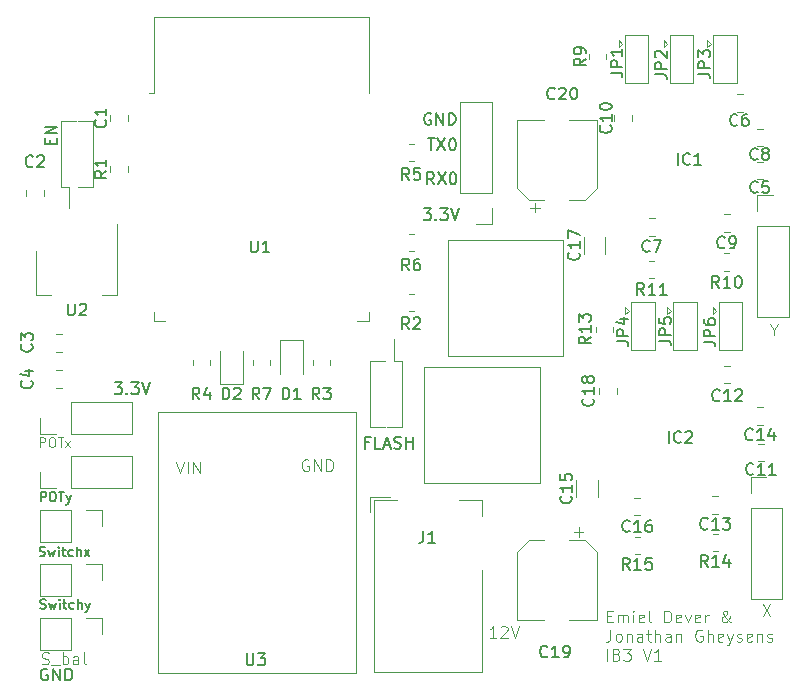
<source format=gbr>
%TF.GenerationSoftware,KiCad,Pcbnew,7.0.1*%
%TF.CreationDate,2023-03-21T17:21:33+01:00*%
%TF.ProjectId,PCB_evenwicht,5043425f-6576-4656-9e77-696368742e6b,rev?*%
%TF.SameCoordinates,Original*%
%TF.FileFunction,Legend,Top*%
%TF.FilePolarity,Positive*%
%FSLAX46Y46*%
G04 Gerber Fmt 4.6, Leading zero omitted, Abs format (unit mm)*
G04 Created by KiCad (PCBNEW 7.0.1) date 2023-03-21 17:21:33*
%MOMM*%
%LPD*%
G01*
G04 APERTURE LIST*
%ADD10C,0.100000*%
%ADD11C,0.150000*%
%ADD12C,0.125000*%
%ADD13C,0.120000*%
G04 APERTURE END LIST*
D10*
X106514876Y-101074400D02*
X106657733Y-101122019D01*
X106657733Y-101122019D02*
X106895828Y-101122019D01*
X106895828Y-101122019D02*
X106991066Y-101074400D01*
X106991066Y-101074400D02*
X107038685Y-101026780D01*
X107038685Y-101026780D02*
X107086304Y-100931542D01*
X107086304Y-100931542D02*
X107086304Y-100836304D01*
X107086304Y-100836304D02*
X107038685Y-100741066D01*
X107038685Y-100741066D02*
X106991066Y-100693447D01*
X106991066Y-100693447D02*
X106895828Y-100645828D01*
X106895828Y-100645828D02*
X106705352Y-100598209D01*
X106705352Y-100598209D02*
X106610114Y-100550590D01*
X106610114Y-100550590D02*
X106562495Y-100502971D01*
X106562495Y-100502971D02*
X106514876Y-100407733D01*
X106514876Y-100407733D02*
X106514876Y-100312495D01*
X106514876Y-100312495D02*
X106562495Y-100217257D01*
X106562495Y-100217257D02*
X106610114Y-100169638D01*
X106610114Y-100169638D02*
X106705352Y-100122019D01*
X106705352Y-100122019D02*
X106943447Y-100122019D01*
X106943447Y-100122019D02*
X107086304Y-100169638D01*
X107276781Y-101217257D02*
X108038685Y-101217257D01*
X108276781Y-101122019D02*
X108276781Y-100122019D01*
X108276781Y-100502971D02*
X108372019Y-100455352D01*
X108372019Y-100455352D02*
X108562495Y-100455352D01*
X108562495Y-100455352D02*
X108657733Y-100502971D01*
X108657733Y-100502971D02*
X108705352Y-100550590D01*
X108705352Y-100550590D02*
X108752971Y-100645828D01*
X108752971Y-100645828D02*
X108752971Y-100931542D01*
X108752971Y-100931542D02*
X108705352Y-101026780D01*
X108705352Y-101026780D02*
X108657733Y-101074400D01*
X108657733Y-101074400D02*
X108562495Y-101122019D01*
X108562495Y-101122019D02*
X108372019Y-101122019D01*
X108372019Y-101122019D02*
X108276781Y-101074400D01*
X109610114Y-101122019D02*
X109610114Y-100598209D01*
X109610114Y-100598209D02*
X109562495Y-100502971D01*
X109562495Y-100502971D02*
X109467257Y-100455352D01*
X109467257Y-100455352D02*
X109276781Y-100455352D01*
X109276781Y-100455352D02*
X109181543Y-100502971D01*
X109610114Y-101074400D02*
X109514876Y-101122019D01*
X109514876Y-101122019D02*
X109276781Y-101122019D01*
X109276781Y-101122019D02*
X109181543Y-101074400D01*
X109181543Y-101074400D02*
X109133924Y-100979161D01*
X109133924Y-100979161D02*
X109133924Y-100883923D01*
X109133924Y-100883923D02*
X109181543Y-100788685D01*
X109181543Y-100788685D02*
X109276781Y-100741066D01*
X109276781Y-100741066D02*
X109514876Y-100741066D01*
X109514876Y-100741066D02*
X109610114Y-100693447D01*
X110229162Y-101122019D02*
X110133924Y-101074400D01*
X110133924Y-101074400D02*
X110086305Y-100979161D01*
X110086305Y-100979161D02*
X110086305Y-100122019D01*
X167528857Y-96007219D02*
X168195523Y-97007219D01*
X168195523Y-96007219D02*
X167528857Y-97007219D01*
X168474971Y-72807428D02*
X168474971Y-73283619D01*
X168141638Y-72283619D02*
X168474971Y-72807428D01*
X168474971Y-72807428D02*
X168808304Y-72283619D01*
X154365295Y-97053409D02*
X154698628Y-97053409D01*
X154841485Y-97577219D02*
X154365295Y-97577219D01*
X154365295Y-97577219D02*
X154365295Y-96577219D01*
X154365295Y-96577219D02*
X154841485Y-96577219D01*
X155270057Y-97577219D02*
X155270057Y-96910552D01*
X155270057Y-97005790D02*
X155317676Y-96958171D01*
X155317676Y-96958171D02*
X155412914Y-96910552D01*
X155412914Y-96910552D02*
X155555771Y-96910552D01*
X155555771Y-96910552D02*
X155651009Y-96958171D01*
X155651009Y-96958171D02*
X155698628Y-97053409D01*
X155698628Y-97053409D02*
X155698628Y-97577219D01*
X155698628Y-97053409D02*
X155746247Y-96958171D01*
X155746247Y-96958171D02*
X155841485Y-96910552D01*
X155841485Y-96910552D02*
X155984342Y-96910552D01*
X155984342Y-96910552D02*
X156079581Y-96958171D01*
X156079581Y-96958171D02*
X156127200Y-97053409D01*
X156127200Y-97053409D02*
X156127200Y-97577219D01*
X156603390Y-97577219D02*
X156603390Y-96910552D01*
X156603390Y-96577219D02*
X156555771Y-96624838D01*
X156555771Y-96624838D02*
X156603390Y-96672457D01*
X156603390Y-96672457D02*
X156651009Y-96624838D01*
X156651009Y-96624838D02*
X156603390Y-96577219D01*
X156603390Y-96577219D02*
X156603390Y-96672457D01*
X157460532Y-97529600D02*
X157365294Y-97577219D01*
X157365294Y-97577219D02*
X157174818Y-97577219D01*
X157174818Y-97577219D02*
X157079580Y-97529600D01*
X157079580Y-97529600D02*
X157031961Y-97434361D01*
X157031961Y-97434361D02*
X157031961Y-97053409D01*
X157031961Y-97053409D02*
X157079580Y-96958171D01*
X157079580Y-96958171D02*
X157174818Y-96910552D01*
X157174818Y-96910552D02*
X157365294Y-96910552D01*
X157365294Y-96910552D02*
X157460532Y-96958171D01*
X157460532Y-96958171D02*
X157508151Y-97053409D01*
X157508151Y-97053409D02*
X157508151Y-97148647D01*
X157508151Y-97148647D02*
X157031961Y-97243885D01*
X158079580Y-97577219D02*
X157984342Y-97529600D01*
X157984342Y-97529600D02*
X157936723Y-97434361D01*
X157936723Y-97434361D02*
X157936723Y-96577219D01*
X159222438Y-97577219D02*
X159222438Y-96577219D01*
X159222438Y-96577219D02*
X159460533Y-96577219D01*
X159460533Y-96577219D02*
X159603390Y-96624838D01*
X159603390Y-96624838D02*
X159698628Y-96720076D01*
X159698628Y-96720076D02*
X159746247Y-96815314D01*
X159746247Y-96815314D02*
X159793866Y-97005790D01*
X159793866Y-97005790D02*
X159793866Y-97148647D01*
X159793866Y-97148647D02*
X159746247Y-97339123D01*
X159746247Y-97339123D02*
X159698628Y-97434361D01*
X159698628Y-97434361D02*
X159603390Y-97529600D01*
X159603390Y-97529600D02*
X159460533Y-97577219D01*
X159460533Y-97577219D02*
X159222438Y-97577219D01*
X160603390Y-97529600D02*
X160508152Y-97577219D01*
X160508152Y-97577219D02*
X160317676Y-97577219D01*
X160317676Y-97577219D02*
X160222438Y-97529600D01*
X160222438Y-97529600D02*
X160174819Y-97434361D01*
X160174819Y-97434361D02*
X160174819Y-97053409D01*
X160174819Y-97053409D02*
X160222438Y-96958171D01*
X160222438Y-96958171D02*
X160317676Y-96910552D01*
X160317676Y-96910552D02*
X160508152Y-96910552D01*
X160508152Y-96910552D02*
X160603390Y-96958171D01*
X160603390Y-96958171D02*
X160651009Y-97053409D01*
X160651009Y-97053409D02*
X160651009Y-97148647D01*
X160651009Y-97148647D02*
X160174819Y-97243885D01*
X160984343Y-96910552D02*
X161222438Y-97577219D01*
X161222438Y-97577219D02*
X161460533Y-96910552D01*
X162222438Y-97529600D02*
X162127200Y-97577219D01*
X162127200Y-97577219D02*
X161936724Y-97577219D01*
X161936724Y-97577219D02*
X161841486Y-97529600D01*
X161841486Y-97529600D02*
X161793867Y-97434361D01*
X161793867Y-97434361D02*
X161793867Y-97053409D01*
X161793867Y-97053409D02*
X161841486Y-96958171D01*
X161841486Y-96958171D02*
X161936724Y-96910552D01*
X161936724Y-96910552D02*
X162127200Y-96910552D01*
X162127200Y-96910552D02*
X162222438Y-96958171D01*
X162222438Y-96958171D02*
X162270057Y-97053409D01*
X162270057Y-97053409D02*
X162270057Y-97148647D01*
X162270057Y-97148647D02*
X161793867Y-97243885D01*
X162698629Y-97577219D02*
X162698629Y-96910552D01*
X162698629Y-97101028D02*
X162746248Y-97005790D01*
X162746248Y-97005790D02*
X162793867Y-96958171D01*
X162793867Y-96958171D02*
X162889105Y-96910552D01*
X162889105Y-96910552D02*
X162984343Y-96910552D01*
X164889106Y-97577219D02*
X164841487Y-97577219D01*
X164841487Y-97577219D02*
X164746248Y-97529600D01*
X164746248Y-97529600D02*
X164603391Y-97386742D01*
X164603391Y-97386742D02*
X164365296Y-97101028D01*
X164365296Y-97101028D02*
X164270058Y-96958171D01*
X164270058Y-96958171D02*
X164222439Y-96815314D01*
X164222439Y-96815314D02*
X164222439Y-96720076D01*
X164222439Y-96720076D02*
X164270058Y-96624838D01*
X164270058Y-96624838D02*
X164365296Y-96577219D01*
X164365296Y-96577219D02*
X164412915Y-96577219D01*
X164412915Y-96577219D02*
X164508153Y-96624838D01*
X164508153Y-96624838D02*
X164555772Y-96720076D01*
X164555772Y-96720076D02*
X164555772Y-96767695D01*
X164555772Y-96767695D02*
X164508153Y-96862933D01*
X164508153Y-96862933D02*
X164460534Y-96910552D01*
X164460534Y-96910552D02*
X164174820Y-97101028D01*
X164174820Y-97101028D02*
X164127201Y-97148647D01*
X164127201Y-97148647D02*
X164079582Y-97243885D01*
X164079582Y-97243885D02*
X164079582Y-97386742D01*
X164079582Y-97386742D02*
X164127201Y-97481980D01*
X164127201Y-97481980D02*
X164174820Y-97529600D01*
X164174820Y-97529600D02*
X164270058Y-97577219D01*
X164270058Y-97577219D02*
X164412915Y-97577219D01*
X164412915Y-97577219D02*
X164508153Y-97529600D01*
X164508153Y-97529600D02*
X164555772Y-97481980D01*
X164555772Y-97481980D02*
X164698629Y-97291504D01*
X164698629Y-97291504D02*
X164746248Y-97148647D01*
X164746248Y-97148647D02*
X164746248Y-97053409D01*
X154651009Y-98197219D02*
X154651009Y-98911504D01*
X154651009Y-98911504D02*
X154603390Y-99054361D01*
X154603390Y-99054361D02*
X154508152Y-99149600D01*
X154508152Y-99149600D02*
X154365295Y-99197219D01*
X154365295Y-99197219D02*
X154270057Y-99197219D01*
X155270057Y-99197219D02*
X155174819Y-99149600D01*
X155174819Y-99149600D02*
X155127200Y-99101980D01*
X155127200Y-99101980D02*
X155079581Y-99006742D01*
X155079581Y-99006742D02*
X155079581Y-98721028D01*
X155079581Y-98721028D02*
X155127200Y-98625790D01*
X155127200Y-98625790D02*
X155174819Y-98578171D01*
X155174819Y-98578171D02*
X155270057Y-98530552D01*
X155270057Y-98530552D02*
X155412914Y-98530552D01*
X155412914Y-98530552D02*
X155508152Y-98578171D01*
X155508152Y-98578171D02*
X155555771Y-98625790D01*
X155555771Y-98625790D02*
X155603390Y-98721028D01*
X155603390Y-98721028D02*
X155603390Y-99006742D01*
X155603390Y-99006742D02*
X155555771Y-99101980D01*
X155555771Y-99101980D02*
X155508152Y-99149600D01*
X155508152Y-99149600D02*
X155412914Y-99197219D01*
X155412914Y-99197219D02*
X155270057Y-99197219D01*
X156031962Y-98530552D02*
X156031962Y-99197219D01*
X156031962Y-98625790D02*
X156079581Y-98578171D01*
X156079581Y-98578171D02*
X156174819Y-98530552D01*
X156174819Y-98530552D02*
X156317676Y-98530552D01*
X156317676Y-98530552D02*
X156412914Y-98578171D01*
X156412914Y-98578171D02*
X156460533Y-98673409D01*
X156460533Y-98673409D02*
X156460533Y-99197219D01*
X157365295Y-99197219D02*
X157365295Y-98673409D01*
X157365295Y-98673409D02*
X157317676Y-98578171D01*
X157317676Y-98578171D02*
X157222438Y-98530552D01*
X157222438Y-98530552D02*
X157031962Y-98530552D01*
X157031962Y-98530552D02*
X156936724Y-98578171D01*
X157365295Y-99149600D02*
X157270057Y-99197219D01*
X157270057Y-99197219D02*
X157031962Y-99197219D01*
X157031962Y-99197219D02*
X156936724Y-99149600D01*
X156936724Y-99149600D02*
X156889105Y-99054361D01*
X156889105Y-99054361D02*
X156889105Y-98959123D01*
X156889105Y-98959123D02*
X156936724Y-98863885D01*
X156936724Y-98863885D02*
X157031962Y-98816266D01*
X157031962Y-98816266D02*
X157270057Y-98816266D01*
X157270057Y-98816266D02*
X157365295Y-98768647D01*
X157698629Y-98530552D02*
X158079581Y-98530552D01*
X157841486Y-98197219D02*
X157841486Y-99054361D01*
X157841486Y-99054361D02*
X157889105Y-99149600D01*
X157889105Y-99149600D02*
X157984343Y-99197219D01*
X157984343Y-99197219D02*
X158079581Y-99197219D01*
X158412915Y-99197219D02*
X158412915Y-98197219D01*
X158841486Y-99197219D02*
X158841486Y-98673409D01*
X158841486Y-98673409D02*
X158793867Y-98578171D01*
X158793867Y-98578171D02*
X158698629Y-98530552D01*
X158698629Y-98530552D02*
X158555772Y-98530552D01*
X158555772Y-98530552D02*
X158460534Y-98578171D01*
X158460534Y-98578171D02*
X158412915Y-98625790D01*
X159746248Y-99197219D02*
X159746248Y-98673409D01*
X159746248Y-98673409D02*
X159698629Y-98578171D01*
X159698629Y-98578171D02*
X159603391Y-98530552D01*
X159603391Y-98530552D02*
X159412915Y-98530552D01*
X159412915Y-98530552D02*
X159317677Y-98578171D01*
X159746248Y-99149600D02*
X159651010Y-99197219D01*
X159651010Y-99197219D02*
X159412915Y-99197219D01*
X159412915Y-99197219D02*
X159317677Y-99149600D01*
X159317677Y-99149600D02*
X159270058Y-99054361D01*
X159270058Y-99054361D02*
X159270058Y-98959123D01*
X159270058Y-98959123D02*
X159317677Y-98863885D01*
X159317677Y-98863885D02*
X159412915Y-98816266D01*
X159412915Y-98816266D02*
X159651010Y-98816266D01*
X159651010Y-98816266D02*
X159746248Y-98768647D01*
X160222439Y-98530552D02*
X160222439Y-99197219D01*
X160222439Y-98625790D02*
X160270058Y-98578171D01*
X160270058Y-98578171D02*
X160365296Y-98530552D01*
X160365296Y-98530552D02*
X160508153Y-98530552D01*
X160508153Y-98530552D02*
X160603391Y-98578171D01*
X160603391Y-98578171D02*
X160651010Y-98673409D01*
X160651010Y-98673409D02*
X160651010Y-99197219D01*
X162412915Y-98244838D02*
X162317677Y-98197219D01*
X162317677Y-98197219D02*
X162174820Y-98197219D01*
X162174820Y-98197219D02*
X162031963Y-98244838D01*
X162031963Y-98244838D02*
X161936725Y-98340076D01*
X161936725Y-98340076D02*
X161889106Y-98435314D01*
X161889106Y-98435314D02*
X161841487Y-98625790D01*
X161841487Y-98625790D02*
X161841487Y-98768647D01*
X161841487Y-98768647D02*
X161889106Y-98959123D01*
X161889106Y-98959123D02*
X161936725Y-99054361D01*
X161936725Y-99054361D02*
X162031963Y-99149600D01*
X162031963Y-99149600D02*
X162174820Y-99197219D01*
X162174820Y-99197219D02*
X162270058Y-99197219D01*
X162270058Y-99197219D02*
X162412915Y-99149600D01*
X162412915Y-99149600D02*
X162460534Y-99101980D01*
X162460534Y-99101980D02*
X162460534Y-98768647D01*
X162460534Y-98768647D02*
X162270058Y-98768647D01*
X162889106Y-99197219D02*
X162889106Y-98197219D01*
X163317677Y-99197219D02*
X163317677Y-98673409D01*
X163317677Y-98673409D02*
X163270058Y-98578171D01*
X163270058Y-98578171D02*
X163174820Y-98530552D01*
X163174820Y-98530552D02*
X163031963Y-98530552D01*
X163031963Y-98530552D02*
X162936725Y-98578171D01*
X162936725Y-98578171D02*
X162889106Y-98625790D01*
X164174820Y-99149600D02*
X164079582Y-99197219D01*
X164079582Y-99197219D02*
X163889106Y-99197219D01*
X163889106Y-99197219D02*
X163793868Y-99149600D01*
X163793868Y-99149600D02*
X163746249Y-99054361D01*
X163746249Y-99054361D02*
X163746249Y-98673409D01*
X163746249Y-98673409D02*
X163793868Y-98578171D01*
X163793868Y-98578171D02*
X163889106Y-98530552D01*
X163889106Y-98530552D02*
X164079582Y-98530552D01*
X164079582Y-98530552D02*
X164174820Y-98578171D01*
X164174820Y-98578171D02*
X164222439Y-98673409D01*
X164222439Y-98673409D02*
X164222439Y-98768647D01*
X164222439Y-98768647D02*
X163746249Y-98863885D01*
X164555773Y-98530552D02*
X164793868Y-99197219D01*
X165031963Y-98530552D02*
X164793868Y-99197219D01*
X164793868Y-99197219D02*
X164698630Y-99435314D01*
X164698630Y-99435314D02*
X164651011Y-99482933D01*
X164651011Y-99482933D02*
X164555773Y-99530552D01*
X165365297Y-99149600D02*
X165460535Y-99197219D01*
X165460535Y-99197219D02*
X165651011Y-99197219D01*
X165651011Y-99197219D02*
X165746249Y-99149600D01*
X165746249Y-99149600D02*
X165793868Y-99054361D01*
X165793868Y-99054361D02*
X165793868Y-99006742D01*
X165793868Y-99006742D02*
X165746249Y-98911504D01*
X165746249Y-98911504D02*
X165651011Y-98863885D01*
X165651011Y-98863885D02*
X165508154Y-98863885D01*
X165508154Y-98863885D02*
X165412916Y-98816266D01*
X165412916Y-98816266D02*
X165365297Y-98721028D01*
X165365297Y-98721028D02*
X165365297Y-98673409D01*
X165365297Y-98673409D02*
X165412916Y-98578171D01*
X165412916Y-98578171D02*
X165508154Y-98530552D01*
X165508154Y-98530552D02*
X165651011Y-98530552D01*
X165651011Y-98530552D02*
X165746249Y-98578171D01*
X166603392Y-99149600D02*
X166508154Y-99197219D01*
X166508154Y-99197219D02*
X166317678Y-99197219D01*
X166317678Y-99197219D02*
X166222440Y-99149600D01*
X166222440Y-99149600D02*
X166174821Y-99054361D01*
X166174821Y-99054361D02*
X166174821Y-98673409D01*
X166174821Y-98673409D02*
X166222440Y-98578171D01*
X166222440Y-98578171D02*
X166317678Y-98530552D01*
X166317678Y-98530552D02*
X166508154Y-98530552D01*
X166508154Y-98530552D02*
X166603392Y-98578171D01*
X166603392Y-98578171D02*
X166651011Y-98673409D01*
X166651011Y-98673409D02*
X166651011Y-98768647D01*
X166651011Y-98768647D02*
X166174821Y-98863885D01*
X167079583Y-98530552D02*
X167079583Y-99197219D01*
X167079583Y-98625790D02*
X167127202Y-98578171D01*
X167127202Y-98578171D02*
X167222440Y-98530552D01*
X167222440Y-98530552D02*
X167365297Y-98530552D01*
X167365297Y-98530552D02*
X167460535Y-98578171D01*
X167460535Y-98578171D02*
X167508154Y-98673409D01*
X167508154Y-98673409D02*
X167508154Y-99197219D01*
X167936726Y-99149600D02*
X168031964Y-99197219D01*
X168031964Y-99197219D02*
X168222440Y-99197219D01*
X168222440Y-99197219D02*
X168317678Y-99149600D01*
X168317678Y-99149600D02*
X168365297Y-99054361D01*
X168365297Y-99054361D02*
X168365297Y-99006742D01*
X168365297Y-99006742D02*
X168317678Y-98911504D01*
X168317678Y-98911504D02*
X168222440Y-98863885D01*
X168222440Y-98863885D02*
X168079583Y-98863885D01*
X168079583Y-98863885D02*
X167984345Y-98816266D01*
X167984345Y-98816266D02*
X167936726Y-98721028D01*
X167936726Y-98721028D02*
X167936726Y-98673409D01*
X167936726Y-98673409D02*
X167984345Y-98578171D01*
X167984345Y-98578171D02*
X168079583Y-98530552D01*
X168079583Y-98530552D02*
X168222440Y-98530552D01*
X168222440Y-98530552D02*
X168317678Y-98578171D01*
X154365295Y-100817219D02*
X154365295Y-99817219D01*
X155174818Y-100293409D02*
X155317675Y-100341028D01*
X155317675Y-100341028D02*
X155365294Y-100388647D01*
X155365294Y-100388647D02*
X155412913Y-100483885D01*
X155412913Y-100483885D02*
X155412913Y-100626742D01*
X155412913Y-100626742D02*
X155365294Y-100721980D01*
X155365294Y-100721980D02*
X155317675Y-100769600D01*
X155317675Y-100769600D02*
X155222437Y-100817219D01*
X155222437Y-100817219D02*
X154841485Y-100817219D01*
X154841485Y-100817219D02*
X154841485Y-99817219D01*
X154841485Y-99817219D02*
X155174818Y-99817219D01*
X155174818Y-99817219D02*
X155270056Y-99864838D01*
X155270056Y-99864838D02*
X155317675Y-99912457D01*
X155317675Y-99912457D02*
X155365294Y-100007695D01*
X155365294Y-100007695D02*
X155365294Y-100102933D01*
X155365294Y-100102933D02*
X155317675Y-100198171D01*
X155317675Y-100198171D02*
X155270056Y-100245790D01*
X155270056Y-100245790D02*
X155174818Y-100293409D01*
X155174818Y-100293409D02*
X154841485Y-100293409D01*
X155746247Y-99817219D02*
X156365294Y-99817219D01*
X156365294Y-99817219D02*
X156031961Y-100198171D01*
X156031961Y-100198171D02*
X156174818Y-100198171D01*
X156174818Y-100198171D02*
X156270056Y-100245790D01*
X156270056Y-100245790D02*
X156317675Y-100293409D01*
X156317675Y-100293409D02*
X156365294Y-100388647D01*
X156365294Y-100388647D02*
X156365294Y-100626742D01*
X156365294Y-100626742D02*
X156317675Y-100721980D01*
X156317675Y-100721980D02*
X156270056Y-100769600D01*
X156270056Y-100769600D02*
X156174818Y-100817219D01*
X156174818Y-100817219D02*
X155889104Y-100817219D01*
X155889104Y-100817219D02*
X155793866Y-100769600D01*
X155793866Y-100769600D02*
X155746247Y-100721980D01*
X157412914Y-99817219D02*
X157746247Y-100817219D01*
X157746247Y-100817219D02*
X158079580Y-99817219D01*
X158936723Y-100817219D02*
X158365295Y-100817219D01*
X158651009Y-100817219D02*
X158651009Y-99817219D01*
X158651009Y-99817219D02*
X158555771Y-99960076D01*
X158555771Y-99960076D02*
X158460533Y-100055314D01*
X158460533Y-100055314D02*
X158365295Y-100102933D01*
D11*
X139185638Y-56586419D02*
X139757066Y-56586419D01*
X139471352Y-57586419D02*
X139471352Y-56586419D01*
X139995162Y-56586419D02*
X140661828Y-57586419D01*
X140661828Y-56586419D02*
X139995162Y-57586419D01*
X141233257Y-56586419D02*
X141328495Y-56586419D01*
X141328495Y-56586419D02*
X141423733Y-56634038D01*
X141423733Y-56634038D02*
X141471352Y-56681657D01*
X141471352Y-56681657D02*
X141518971Y-56776895D01*
X141518971Y-56776895D02*
X141566590Y-56967371D01*
X141566590Y-56967371D02*
X141566590Y-57205466D01*
X141566590Y-57205466D02*
X141518971Y-57395942D01*
X141518971Y-57395942D02*
X141471352Y-57491180D01*
X141471352Y-57491180D02*
X141423733Y-57538800D01*
X141423733Y-57538800D02*
X141328495Y-57586419D01*
X141328495Y-57586419D02*
X141233257Y-57586419D01*
X141233257Y-57586419D02*
X141138019Y-57538800D01*
X141138019Y-57538800D02*
X141090400Y-57491180D01*
X141090400Y-57491180D02*
X141042781Y-57395942D01*
X141042781Y-57395942D02*
X140995162Y-57205466D01*
X140995162Y-57205466D02*
X140995162Y-56967371D01*
X140995162Y-56967371D02*
X141042781Y-56776895D01*
X141042781Y-56776895D02*
X141090400Y-56681657D01*
X141090400Y-56681657D02*
X141138019Y-56634038D01*
X141138019Y-56634038D02*
X141233257Y-56586419D01*
X106984704Y-101541238D02*
X106889466Y-101493619D01*
X106889466Y-101493619D02*
X106746609Y-101493619D01*
X106746609Y-101493619D02*
X106603752Y-101541238D01*
X106603752Y-101541238D02*
X106508514Y-101636476D01*
X106508514Y-101636476D02*
X106460895Y-101731714D01*
X106460895Y-101731714D02*
X106413276Y-101922190D01*
X106413276Y-101922190D02*
X106413276Y-102065047D01*
X106413276Y-102065047D02*
X106460895Y-102255523D01*
X106460895Y-102255523D02*
X106508514Y-102350761D01*
X106508514Y-102350761D02*
X106603752Y-102446000D01*
X106603752Y-102446000D02*
X106746609Y-102493619D01*
X106746609Y-102493619D02*
X106841847Y-102493619D01*
X106841847Y-102493619D02*
X106984704Y-102446000D01*
X106984704Y-102446000D02*
X107032323Y-102398380D01*
X107032323Y-102398380D02*
X107032323Y-102065047D01*
X107032323Y-102065047D02*
X106841847Y-102065047D01*
X107460895Y-102493619D02*
X107460895Y-101493619D01*
X107460895Y-101493619D02*
X108032323Y-102493619D01*
X108032323Y-102493619D02*
X108032323Y-101493619D01*
X108508514Y-102493619D02*
X108508514Y-101493619D01*
X108508514Y-101493619D02*
X108746609Y-101493619D01*
X108746609Y-101493619D02*
X108889466Y-101541238D01*
X108889466Y-101541238D02*
X108984704Y-101636476D01*
X108984704Y-101636476D02*
X109032323Y-101731714D01*
X109032323Y-101731714D02*
X109079942Y-101922190D01*
X109079942Y-101922190D02*
X109079942Y-102065047D01*
X109079942Y-102065047D02*
X109032323Y-102255523D01*
X109032323Y-102255523D02*
X108984704Y-102350761D01*
X108984704Y-102350761D02*
X108889466Y-102446000D01*
X108889466Y-102446000D02*
X108746609Y-102493619D01*
X108746609Y-102493619D02*
X108508514Y-102493619D01*
X139445904Y-54500438D02*
X139350666Y-54452819D01*
X139350666Y-54452819D02*
X139207809Y-54452819D01*
X139207809Y-54452819D02*
X139064952Y-54500438D01*
X139064952Y-54500438D02*
X138969714Y-54595676D01*
X138969714Y-54595676D02*
X138922095Y-54690914D01*
X138922095Y-54690914D02*
X138874476Y-54881390D01*
X138874476Y-54881390D02*
X138874476Y-55024247D01*
X138874476Y-55024247D02*
X138922095Y-55214723D01*
X138922095Y-55214723D02*
X138969714Y-55309961D01*
X138969714Y-55309961D02*
X139064952Y-55405200D01*
X139064952Y-55405200D02*
X139207809Y-55452819D01*
X139207809Y-55452819D02*
X139303047Y-55452819D01*
X139303047Y-55452819D02*
X139445904Y-55405200D01*
X139445904Y-55405200D02*
X139493523Y-55357580D01*
X139493523Y-55357580D02*
X139493523Y-55024247D01*
X139493523Y-55024247D02*
X139303047Y-55024247D01*
X139922095Y-55452819D02*
X139922095Y-54452819D01*
X139922095Y-54452819D02*
X140493523Y-55452819D01*
X140493523Y-55452819D02*
X140493523Y-54452819D01*
X140969714Y-55452819D02*
X140969714Y-54452819D01*
X140969714Y-54452819D02*
X141207809Y-54452819D01*
X141207809Y-54452819D02*
X141350666Y-54500438D01*
X141350666Y-54500438D02*
X141445904Y-54595676D01*
X141445904Y-54595676D02*
X141493523Y-54690914D01*
X141493523Y-54690914D02*
X141541142Y-54881390D01*
X141541142Y-54881390D02*
X141541142Y-55024247D01*
X141541142Y-55024247D02*
X141493523Y-55214723D01*
X141493523Y-55214723D02*
X141445904Y-55309961D01*
X141445904Y-55309961D02*
X141350666Y-55405200D01*
X141350666Y-55405200D02*
X141207809Y-55452819D01*
X141207809Y-55452819D02*
X140969714Y-55452819D01*
X139696723Y-60482019D02*
X139363390Y-60005828D01*
X139125295Y-60482019D02*
X139125295Y-59482019D01*
X139125295Y-59482019D02*
X139506247Y-59482019D01*
X139506247Y-59482019D02*
X139601485Y-59529638D01*
X139601485Y-59529638D02*
X139649104Y-59577257D01*
X139649104Y-59577257D02*
X139696723Y-59672495D01*
X139696723Y-59672495D02*
X139696723Y-59815352D01*
X139696723Y-59815352D02*
X139649104Y-59910590D01*
X139649104Y-59910590D02*
X139601485Y-59958209D01*
X139601485Y-59958209D02*
X139506247Y-60005828D01*
X139506247Y-60005828D02*
X139125295Y-60005828D01*
X140030057Y-59482019D02*
X140696723Y-60482019D01*
X140696723Y-59482019D02*
X140030057Y-60482019D01*
X141268152Y-59482019D02*
X141363390Y-59482019D01*
X141363390Y-59482019D02*
X141458628Y-59529638D01*
X141458628Y-59529638D02*
X141506247Y-59577257D01*
X141506247Y-59577257D02*
X141553866Y-59672495D01*
X141553866Y-59672495D02*
X141601485Y-59862971D01*
X141601485Y-59862971D02*
X141601485Y-60101066D01*
X141601485Y-60101066D02*
X141553866Y-60291542D01*
X141553866Y-60291542D02*
X141506247Y-60386780D01*
X141506247Y-60386780D02*
X141458628Y-60434400D01*
X141458628Y-60434400D02*
X141363390Y-60482019D01*
X141363390Y-60482019D02*
X141268152Y-60482019D01*
X141268152Y-60482019D02*
X141172914Y-60434400D01*
X141172914Y-60434400D02*
X141125295Y-60386780D01*
X141125295Y-60386780D02*
X141077676Y-60291542D01*
X141077676Y-60291542D02*
X141030057Y-60101066D01*
X141030057Y-60101066D02*
X141030057Y-59862971D01*
X141030057Y-59862971D02*
X141077676Y-59672495D01*
X141077676Y-59672495D02*
X141125295Y-59577257D01*
X141125295Y-59577257D02*
X141172914Y-59529638D01*
X141172914Y-59529638D02*
X141268152Y-59482019D01*
D10*
X129082704Y-83812038D02*
X128987466Y-83764419D01*
X128987466Y-83764419D02*
X128844609Y-83764419D01*
X128844609Y-83764419D02*
X128701752Y-83812038D01*
X128701752Y-83812038D02*
X128606514Y-83907276D01*
X128606514Y-83907276D02*
X128558895Y-84002514D01*
X128558895Y-84002514D02*
X128511276Y-84192990D01*
X128511276Y-84192990D02*
X128511276Y-84335847D01*
X128511276Y-84335847D02*
X128558895Y-84526323D01*
X128558895Y-84526323D02*
X128606514Y-84621561D01*
X128606514Y-84621561D02*
X128701752Y-84716800D01*
X128701752Y-84716800D02*
X128844609Y-84764419D01*
X128844609Y-84764419D02*
X128939847Y-84764419D01*
X128939847Y-84764419D02*
X129082704Y-84716800D01*
X129082704Y-84716800D02*
X129130323Y-84669180D01*
X129130323Y-84669180D02*
X129130323Y-84335847D01*
X129130323Y-84335847D02*
X128939847Y-84335847D01*
X129558895Y-84764419D02*
X129558895Y-83764419D01*
X129558895Y-83764419D02*
X130130323Y-84764419D01*
X130130323Y-84764419D02*
X130130323Y-83764419D01*
X130606514Y-84764419D02*
X130606514Y-83764419D01*
X130606514Y-83764419D02*
X130844609Y-83764419D01*
X130844609Y-83764419D02*
X130987466Y-83812038D01*
X130987466Y-83812038D02*
X131082704Y-83907276D01*
X131082704Y-83907276D02*
X131130323Y-84002514D01*
X131130323Y-84002514D02*
X131177942Y-84192990D01*
X131177942Y-84192990D02*
X131177942Y-84335847D01*
X131177942Y-84335847D02*
X131130323Y-84526323D01*
X131130323Y-84526323D02*
X131082704Y-84621561D01*
X131082704Y-84621561D02*
X130987466Y-84716800D01*
X130987466Y-84716800D02*
X130844609Y-84764419D01*
X130844609Y-84764419D02*
X130606514Y-84764419D01*
D11*
X138826857Y-62530019D02*
X139445904Y-62530019D01*
X139445904Y-62530019D02*
X139112571Y-62910971D01*
X139112571Y-62910971D02*
X139255428Y-62910971D01*
X139255428Y-62910971D02*
X139350666Y-62958590D01*
X139350666Y-62958590D02*
X139398285Y-63006209D01*
X139398285Y-63006209D02*
X139445904Y-63101447D01*
X139445904Y-63101447D02*
X139445904Y-63339542D01*
X139445904Y-63339542D02*
X139398285Y-63434780D01*
X139398285Y-63434780D02*
X139350666Y-63482400D01*
X139350666Y-63482400D02*
X139255428Y-63530019D01*
X139255428Y-63530019D02*
X138969714Y-63530019D01*
X138969714Y-63530019D02*
X138874476Y-63482400D01*
X138874476Y-63482400D02*
X138826857Y-63434780D01*
X139874476Y-63434780D02*
X139922095Y-63482400D01*
X139922095Y-63482400D02*
X139874476Y-63530019D01*
X139874476Y-63530019D02*
X139826857Y-63482400D01*
X139826857Y-63482400D02*
X139874476Y-63434780D01*
X139874476Y-63434780D02*
X139874476Y-63530019D01*
X140255428Y-62530019D02*
X140874475Y-62530019D01*
X140874475Y-62530019D02*
X140541142Y-62910971D01*
X140541142Y-62910971D02*
X140683999Y-62910971D01*
X140683999Y-62910971D02*
X140779237Y-62958590D01*
X140779237Y-62958590D02*
X140826856Y-63006209D01*
X140826856Y-63006209D02*
X140874475Y-63101447D01*
X140874475Y-63101447D02*
X140874475Y-63339542D01*
X140874475Y-63339542D02*
X140826856Y-63434780D01*
X140826856Y-63434780D02*
X140779237Y-63482400D01*
X140779237Y-63482400D02*
X140683999Y-63530019D01*
X140683999Y-63530019D02*
X140398285Y-63530019D01*
X140398285Y-63530019D02*
X140303047Y-63482400D01*
X140303047Y-63482400D02*
X140255428Y-63434780D01*
X141160190Y-62530019D02*
X141493523Y-63530019D01*
X141493523Y-63530019D02*
X141826856Y-62530019D01*
D10*
X144983104Y-98886819D02*
X144411676Y-98886819D01*
X144697390Y-98886819D02*
X144697390Y-97886819D01*
X144697390Y-97886819D02*
X144602152Y-98029676D01*
X144602152Y-98029676D02*
X144506914Y-98124914D01*
X144506914Y-98124914D02*
X144411676Y-98172533D01*
X145364057Y-97982057D02*
X145411676Y-97934438D01*
X145411676Y-97934438D02*
X145506914Y-97886819D01*
X145506914Y-97886819D02*
X145745009Y-97886819D01*
X145745009Y-97886819D02*
X145840247Y-97934438D01*
X145840247Y-97934438D02*
X145887866Y-97982057D01*
X145887866Y-97982057D02*
X145935485Y-98077295D01*
X145935485Y-98077295D02*
X145935485Y-98172533D01*
X145935485Y-98172533D02*
X145887866Y-98315390D01*
X145887866Y-98315390D02*
X145316438Y-98886819D01*
X145316438Y-98886819D02*
X145935485Y-98886819D01*
X146221200Y-97886819D02*
X146554533Y-98886819D01*
X146554533Y-98886819D02*
X146887866Y-97886819D01*
X117849638Y-83967619D02*
X118182971Y-84967619D01*
X118182971Y-84967619D02*
X118516304Y-83967619D01*
X118849638Y-84967619D02*
X118849638Y-83967619D01*
X119325828Y-84967619D02*
X119325828Y-83967619D01*
X119325828Y-83967619D02*
X119897256Y-84967619D01*
X119897256Y-84967619D02*
X119897256Y-83967619D01*
D11*
X112664857Y-77262019D02*
X113283904Y-77262019D01*
X113283904Y-77262019D02*
X112950571Y-77642971D01*
X112950571Y-77642971D02*
X113093428Y-77642971D01*
X113093428Y-77642971D02*
X113188666Y-77690590D01*
X113188666Y-77690590D02*
X113236285Y-77738209D01*
X113236285Y-77738209D02*
X113283904Y-77833447D01*
X113283904Y-77833447D02*
X113283904Y-78071542D01*
X113283904Y-78071542D02*
X113236285Y-78166780D01*
X113236285Y-78166780D02*
X113188666Y-78214400D01*
X113188666Y-78214400D02*
X113093428Y-78262019D01*
X113093428Y-78262019D02*
X112807714Y-78262019D01*
X112807714Y-78262019D02*
X112712476Y-78214400D01*
X112712476Y-78214400D02*
X112664857Y-78166780D01*
X113712476Y-78166780D02*
X113760095Y-78214400D01*
X113760095Y-78214400D02*
X113712476Y-78262019D01*
X113712476Y-78262019D02*
X113664857Y-78214400D01*
X113664857Y-78214400D02*
X113712476Y-78166780D01*
X113712476Y-78166780D02*
X113712476Y-78262019D01*
X114093428Y-77262019D02*
X114712475Y-77262019D01*
X114712475Y-77262019D02*
X114379142Y-77642971D01*
X114379142Y-77642971D02*
X114521999Y-77642971D01*
X114521999Y-77642971D02*
X114617237Y-77690590D01*
X114617237Y-77690590D02*
X114664856Y-77738209D01*
X114664856Y-77738209D02*
X114712475Y-77833447D01*
X114712475Y-77833447D02*
X114712475Y-78071542D01*
X114712475Y-78071542D02*
X114664856Y-78166780D01*
X114664856Y-78166780D02*
X114617237Y-78214400D01*
X114617237Y-78214400D02*
X114521999Y-78262019D01*
X114521999Y-78262019D02*
X114236285Y-78262019D01*
X114236285Y-78262019D02*
X114141047Y-78214400D01*
X114141047Y-78214400D02*
X114093428Y-78166780D01*
X114998190Y-77262019D02*
X115331523Y-78262019D01*
X115331523Y-78262019D02*
X115664856Y-77262019D01*
%TO.C,C20*%
X149928342Y-53199380D02*
X149880723Y-53247000D01*
X149880723Y-53247000D02*
X149737866Y-53294619D01*
X149737866Y-53294619D02*
X149642628Y-53294619D01*
X149642628Y-53294619D02*
X149499771Y-53247000D01*
X149499771Y-53247000D02*
X149404533Y-53151761D01*
X149404533Y-53151761D02*
X149356914Y-53056523D01*
X149356914Y-53056523D02*
X149309295Y-52866047D01*
X149309295Y-52866047D02*
X149309295Y-52723190D01*
X149309295Y-52723190D02*
X149356914Y-52532714D01*
X149356914Y-52532714D02*
X149404533Y-52437476D01*
X149404533Y-52437476D02*
X149499771Y-52342238D01*
X149499771Y-52342238D02*
X149642628Y-52294619D01*
X149642628Y-52294619D02*
X149737866Y-52294619D01*
X149737866Y-52294619D02*
X149880723Y-52342238D01*
X149880723Y-52342238D02*
X149928342Y-52389857D01*
X150309295Y-52389857D02*
X150356914Y-52342238D01*
X150356914Y-52342238D02*
X150452152Y-52294619D01*
X150452152Y-52294619D02*
X150690247Y-52294619D01*
X150690247Y-52294619D02*
X150785485Y-52342238D01*
X150785485Y-52342238D02*
X150833104Y-52389857D01*
X150833104Y-52389857D02*
X150880723Y-52485095D01*
X150880723Y-52485095D02*
X150880723Y-52580333D01*
X150880723Y-52580333D02*
X150833104Y-52723190D01*
X150833104Y-52723190D02*
X150261676Y-53294619D01*
X150261676Y-53294619D02*
X150880723Y-53294619D01*
X151499771Y-52294619D02*
X151595009Y-52294619D01*
X151595009Y-52294619D02*
X151690247Y-52342238D01*
X151690247Y-52342238D02*
X151737866Y-52389857D01*
X151737866Y-52389857D02*
X151785485Y-52485095D01*
X151785485Y-52485095D02*
X151833104Y-52675571D01*
X151833104Y-52675571D02*
X151833104Y-52913666D01*
X151833104Y-52913666D02*
X151785485Y-53104142D01*
X151785485Y-53104142D02*
X151737866Y-53199380D01*
X151737866Y-53199380D02*
X151690247Y-53247000D01*
X151690247Y-53247000D02*
X151595009Y-53294619D01*
X151595009Y-53294619D02*
X151499771Y-53294619D01*
X151499771Y-53294619D02*
X151404533Y-53247000D01*
X151404533Y-53247000D02*
X151356914Y-53199380D01*
X151356914Y-53199380D02*
X151309295Y-53104142D01*
X151309295Y-53104142D02*
X151261676Y-52913666D01*
X151261676Y-52913666D02*
X151261676Y-52675571D01*
X151261676Y-52675571D02*
X151309295Y-52485095D01*
X151309295Y-52485095D02*
X151356914Y-52389857D01*
X151356914Y-52389857D02*
X151404533Y-52342238D01*
X151404533Y-52342238D02*
X151499771Y-52294619D01*
%TO.C,C10*%
X154646980Y-55503857D02*
X154694600Y-55551476D01*
X154694600Y-55551476D02*
X154742219Y-55694333D01*
X154742219Y-55694333D02*
X154742219Y-55789571D01*
X154742219Y-55789571D02*
X154694600Y-55932428D01*
X154694600Y-55932428D02*
X154599361Y-56027666D01*
X154599361Y-56027666D02*
X154504123Y-56075285D01*
X154504123Y-56075285D02*
X154313647Y-56122904D01*
X154313647Y-56122904D02*
X154170790Y-56122904D01*
X154170790Y-56122904D02*
X153980314Y-56075285D01*
X153980314Y-56075285D02*
X153885076Y-56027666D01*
X153885076Y-56027666D02*
X153789838Y-55932428D01*
X153789838Y-55932428D02*
X153742219Y-55789571D01*
X153742219Y-55789571D02*
X153742219Y-55694333D01*
X153742219Y-55694333D02*
X153789838Y-55551476D01*
X153789838Y-55551476D02*
X153837457Y-55503857D01*
X154742219Y-54551476D02*
X154742219Y-55122904D01*
X154742219Y-54837190D02*
X153742219Y-54837190D01*
X153742219Y-54837190D02*
X153885076Y-54932428D01*
X153885076Y-54932428D02*
X153980314Y-55027666D01*
X153980314Y-55027666D02*
X154027933Y-55122904D01*
X153742219Y-53932428D02*
X153742219Y-53837190D01*
X153742219Y-53837190D02*
X153789838Y-53741952D01*
X153789838Y-53741952D02*
X153837457Y-53694333D01*
X153837457Y-53694333D02*
X153932695Y-53646714D01*
X153932695Y-53646714D02*
X154123171Y-53599095D01*
X154123171Y-53599095D02*
X154361266Y-53599095D01*
X154361266Y-53599095D02*
X154551742Y-53646714D01*
X154551742Y-53646714D02*
X154646980Y-53694333D01*
X154646980Y-53694333D02*
X154694600Y-53741952D01*
X154694600Y-53741952D02*
X154742219Y-53837190D01*
X154742219Y-53837190D02*
X154742219Y-53932428D01*
X154742219Y-53932428D02*
X154694600Y-54027666D01*
X154694600Y-54027666D02*
X154646980Y-54075285D01*
X154646980Y-54075285D02*
X154551742Y-54122904D01*
X154551742Y-54122904D02*
X154361266Y-54170523D01*
X154361266Y-54170523D02*
X154123171Y-54170523D01*
X154123171Y-54170523D02*
X153932695Y-54122904D01*
X153932695Y-54122904D02*
X153837457Y-54075285D01*
X153837457Y-54075285D02*
X153789838Y-54027666D01*
X153789838Y-54027666D02*
X153742219Y-53932428D01*
%TO.C,JP5*%
X158771419Y-73731333D02*
X159485704Y-73731333D01*
X159485704Y-73731333D02*
X159628561Y-73778952D01*
X159628561Y-73778952D02*
X159723800Y-73874190D01*
X159723800Y-73874190D02*
X159771419Y-74017047D01*
X159771419Y-74017047D02*
X159771419Y-74112285D01*
X159771419Y-73255142D02*
X158771419Y-73255142D01*
X158771419Y-73255142D02*
X158771419Y-72874190D01*
X158771419Y-72874190D02*
X158819038Y-72778952D01*
X158819038Y-72778952D02*
X158866657Y-72731333D01*
X158866657Y-72731333D02*
X158961895Y-72683714D01*
X158961895Y-72683714D02*
X159104752Y-72683714D01*
X159104752Y-72683714D02*
X159199990Y-72731333D01*
X159199990Y-72731333D02*
X159247609Y-72778952D01*
X159247609Y-72778952D02*
X159295228Y-72874190D01*
X159295228Y-72874190D02*
X159295228Y-73255142D01*
X158771419Y-71778952D02*
X158771419Y-72255142D01*
X158771419Y-72255142D02*
X159247609Y-72302761D01*
X159247609Y-72302761D02*
X159199990Y-72255142D01*
X159199990Y-72255142D02*
X159152371Y-72159904D01*
X159152371Y-72159904D02*
X159152371Y-71921809D01*
X159152371Y-71921809D02*
X159199990Y-71826571D01*
X159199990Y-71826571D02*
X159247609Y-71778952D01*
X159247609Y-71778952D02*
X159342847Y-71731333D01*
X159342847Y-71731333D02*
X159580942Y-71731333D01*
X159580942Y-71731333D02*
X159676180Y-71778952D01*
X159676180Y-71778952D02*
X159723800Y-71826571D01*
X159723800Y-71826571D02*
X159771419Y-71921809D01*
X159771419Y-71921809D02*
X159771419Y-72159904D01*
X159771419Y-72159904D02*
X159723800Y-72255142D01*
X159723800Y-72255142D02*
X159676180Y-72302761D01*
%TO.C,C19*%
X149318742Y-100443380D02*
X149271123Y-100491000D01*
X149271123Y-100491000D02*
X149128266Y-100538619D01*
X149128266Y-100538619D02*
X149033028Y-100538619D01*
X149033028Y-100538619D02*
X148890171Y-100491000D01*
X148890171Y-100491000D02*
X148794933Y-100395761D01*
X148794933Y-100395761D02*
X148747314Y-100300523D01*
X148747314Y-100300523D02*
X148699695Y-100110047D01*
X148699695Y-100110047D02*
X148699695Y-99967190D01*
X148699695Y-99967190D02*
X148747314Y-99776714D01*
X148747314Y-99776714D02*
X148794933Y-99681476D01*
X148794933Y-99681476D02*
X148890171Y-99586238D01*
X148890171Y-99586238D02*
X149033028Y-99538619D01*
X149033028Y-99538619D02*
X149128266Y-99538619D01*
X149128266Y-99538619D02*
X149271123Y-99586238D01*
X149271123Y-99586238D02*
X149318742Y-99633857D01*
X150271123Y-100538619D02*
X149699695Y-100538619D01*
X149985409Y-100538619D02*
X149985409Y-99538619D01*
X149985409Y-99538619D02*
X149890171Y-99681476D01*
X149890171Y-99681476D02*
X149794933Y-99776714D01*
X149794933Y-99776714D02*
X149699695Y-99824333D01*
X150747314Y-100538619D02*
X150937790Y-100538619D01*
X150937790Y-100538619D02*
X151033028Y-100491000D01*
X151033028Y-100491000D02*
X151080647Y-100443380D01*
X151080647Y-100443380D02*
X151175885Y-100300523D01*
X151175885Y-100300523D02*
X151223504Y-100110047D01*
X151223504Y-100110047D02*
X151223504Y-99729095D01*
X151223504Y-99729095D02*
X151175885Y-99633857D01*
X151175885Y-99633857D02*
X151128266Y-99586238D01*
X151128266Y-99586238D02*
X151033028Y-99538619D01*
X151033028Y-99538619D02*
X150842552Y-99538619D01*
X150842552Y-99538619D02*
X150747314Y-99586238D01*
X150747314Y-99586238D02*
X150699695Y-99633857D01*
X150699695Y-99633857D02*
X150652076Y-99729095D01*
X150652076Y-99729095D02*
X150652076Y-99967190D01*
X150652076Y-99967190D02*
X150699695Y-100062428D01*
X150699695Y-100062428D02*
X150747314Y-100110047D01*
X150747314Y-100110047D02*
X150842552Y-100157666D01*
X150842552Y-100157666D02*
X151033028Y-100157666D01*
X151033028Y-100157666D02*
X151128266Y-100110047D01*
X151128266Y-100110047D02*
X151175885Y-100062428D01*
X151175885Y-100062428D02*
X151223504Y-99967190D01*
%TO.C,R14*%
X162882342Y-92867819D02*
X162549009Y-92391628D01*
X162310914Y-92867819D02*
X162310914Y-91867819D01*
X162310914Y-91867819D02*
X162691866Y-91867819D01*
X162691866Y-91867819D02*
X162787104Y-91915438D01*
X162787104Y-91915438D02*
X162834723Y-91963057D01*
X162834723Y-91963057D02*
X162882342Y-92058295D01*
X162882342Y-92058295D02*
X162882342Y-92201152D01*
X162882342Y-92201152D02*
X162834723Y-92296390D01*
X162834723Y-92296390D02*
X162787104Y-92344009D01*
X162787104Y-92344009D02*
X162691866Y-92391628D01*
X162691866Y-92391628D02*
X162310914Y-92391628D01*
X163834723Y-92867819D02*
X163263295Y-92867819D01*
X163549009Y-92867819D02*
X163549009Y-91867819D01*
X163549009Y-91867819D02*
X163453771Y-92010676D01*
X163453771Y-92010676D02*
X163358533Y-92105914D01*
X163358533Y-92105914D02*
X163263295Y-92153533D01*
X164691866Y-92201152D02*
X164691866Y-92867819D01*
X164453771Y-91820200D02*
X164215676Y-92534485D01*
X164215676Y-92534485D02*
X164834723Y-92534485D01*
%TO.C,R15*%
X156274142Y-93121819D02*
X155940809Y-92645628D01*
X155702714Y-93121819D02*
X155702714Y-92121819D01*
X155702714Y-92121819D02*
X156083666Y-92121819D01*
X156083666Y-92121819D02*
X156178904Y-92169438D01*
X156178904Y-92169438D02*
X156226523Y-92217057D01*
X156226523Y-92217057D02*
X156274142Y-92312295D01*
X156274142Y-92312295D02*
X156274142Y-92455152D01*
X156274142Y-92455152D02*
X156226523Y-92550390D01*
X156226523Y-92550390D02*
X156178904Y-92598009D01*
X156178904Y-92598009D02*
X156083666Y-92645628D01*
X156083666Y-92645628D02*
X155702714Y-92645628D01*
X157226523Y-93121819D02*
X156655095Y-93121819D01*
X156940809Y-93121819D02*
X156940809Y-92121819D01*
X156940809Y-92121819D02*
X156845571Y-92264676D01*
X156845571Y-92264676D02*
X156750333Y-92359914D01*
X156750333Y-92359914D02*
X156655095Y-92407533D01*
X158131285Y-92121819D02*
X157655095Y-92121819D01*
X157655095Y-92121819D02*
X157607476Y-92598009D01*
X157607476Y-92598009D02*
X157655095Y-92550390D01*
X157655095Y-92550390D02*
X157750333Y-92502771D01*
X157750333Y-92502771D02*
X157988428Y-92502771D01*
X157988428Y-92502771D02*
X158083666Y-92550390D01*
X158083666Y-92550390D02*
X158131285Y-92598009D01*
X158131285Y-92598009D02*
X158178904Y-92693247D01*
X158178904Y-92693247D02*
X158178904Y-92931342D01*
X158178904Y-92931342D02*
X158131285Y-93026580D01*
X158131285Y-93026580D02*
X158083666Y-93074200D01*
X158083666Y-93074200D02*
X157988428Y-93121819D01*
X157988428Y-93121819D02*
X157750333Y-93121819D01*
X157750333Y-93121819D02*
X157655095Y-93074200D01*
X157655095Y-93074200D02*
X157607476Y-93026580D01*
%TO.C,C18*%
X153158380Y-78620857D02*
X153206000Y-78668476D01*
X153206000Y-78668476D02*
X153253619Y-78811333D01*
X153253619Y-78811333D02*
X153253619Y-78906571D01*
X153253619Y-78906571D02*
X153206000Y-79049428D01*
X153206000Y-79049428D02*
X153110761Y-79144666D01*
X153110761Y-79144666D02*
X153015523Y-79192285D01*
X153015523Y-79192285D02*
X152825047Y-79239904D01*
X152825047Y-79239904D02*
X152682190Y-79239904D01*
X152682190Y-79239904D02*
X152491714Y-79192285D01*
X152491714Y-79192285D02*
X152396476Y-79144666D01*
X152396476Y-79144666D02*
X152301238Y-79049428D01*
X152301238Y-79049428D02*
X152253619Y-78906571D01*
X152253619Y-78906571D02*
X152253619Y-78811333D01*
X152253619Y-78811333D02*
X152301238Y-78668476D01*
X152301238Y-78668476D02*
X152348857Y-78620857D01*
X153253619Y-77668476D02*
X153253619Y-78239904D01*
X153253619Y-77954190D02*
X152253619Y-77954190D01*
X152253619Y-77954190D02*
X152396476Y-78049428D01*
X152396476Y-78049428D02*
X152491714Y-78144666D01*
X152491714Y-78144666D02*
X152539333Y-78239904D01*
X152682190Y-77097047D02*
X152634571Y-77192285D01*
X152634571Y-77192285D02*
X152586952Y-77239904D01*
X152586952Y-77239904D02*
X152491714Y-77287523D01*
X152491714Y-77287523D02*
X152444095Y-77287523D01*
X152444095Y-77287523D02*
X152348857Y-77239904D01*
X152348857Y-77239904D02*
X152301238Y-77192285D01*
X152301238Y-77192285D02*
X152253619Y-77097047D01*
X152253619Y-77097047D02*
X152253619Y-76906571D01*
X152253619Y-76906571D02*
X152301238Y-76811333D01*
X152301238Y-76811333D02*
X152348857Y-76763714D01*
X152348857Y-76763714D02*
X152444095Y-76716095D01*
X152444095Y-76716095D02*
X152491714Y-76716095D01*
X152491714Y-76716095D02*
X152586952Y-76763714D01*
X152586952Y-76763714D02*
X152634571Y-76811333D01*
X152634571Y-76811333D02*
X152682190Y-76906571D01*
X152682190Y-76906571D02*
X152682190Y-77097047D01*
X152682190Y-77097047D02*
X152729809Y-77192285D01*
X152729809Y-77192285D02*
X152777428Y-77239904D01*
X152777428Y-77239904D02*
X152872666Y-77287523D01*
X152872666Y-77287523D02*
X153063142Y-77287523D01*
X153063142Y-77287523D02*
X153158380Y-77239904D01*
X153158380Y-77239904D02*
X153206000Y-77192285D01*
X153206000Y-77192285D02*
X153253619Y-77097047D01*
X153253619Y-77097047D02*
X153253619Y-76906571D01*
X153253619Y-76906571D02*
X153206000Y-76811333D01*
X153206000Y-76811333D02*
X153158380Y-76763714D01*
X153158380Y-76763714D02*
X153063142Y-76716095D01*
X153063142Y-76716095D02*
X152872666Y-76716095D01*
X152872666Y-76716095D02*
X152777428Y-76763714D01*
X152777428Y-76763714D02*
X152729809Y-76811333D01*
X152729809Y-76811333D02*
X152682190Y-76906571D01*
%TO.C,U1*%
X124206095Y-65248619D02*
X124206095Y-66058142D01*
X124206095Y-66058142D02*
X124253714Y-66153380D01*
X124253714Y-66153380D02*
X124301333Y-66201000D01*
X124301333Y-66201000D02*
X124396571Y-66248619D01*
X124396571Y-66248619D02*
X124587047Y-66248619D01*
X124587047Y-66248619D02*
X124682285Y-66201000D01*
X124682285Y-66201000D02*
X124729904Y-66153380D01*
X124729904Y-66153380D02*
X124777523Y-66058142D01*
X124777523Y-66058142D02*
X124777523Y-65248619D01*
X125777523Y-66248619D02*
X125206095Y-66248619D01*
X125491809Y-66248619D02*
X125491809Y-65248619D01*
X125491809Y-65248619D02*
X125396571Y-65391476D01*
X125396571Y-65391476D02*
X125301333Y-65486714D01*
X125301333Y-65486714D02*
X125206095Y-65534333D01*
%TO.C,JP2*%
X158415819Y-51176133D02*
X159130104Y-51176133D01*
X159130104Y-51176133D02*
X159272961Y-51223752D01*
X159272961Y-51223752D02*
X159368200Y-51318990D01*
X159368200Y-51318990D02*
X159415819Y-51461847D01*
X159415819Y-51461847D02*
X159415819Y-51557085D01*
X159415819Y-50699942D02*
X158415819Y-50699942D01*
X158415819Y-50699942D02*
X158415819Y-50318990D01*
X158415819Y-50318990D02*
X158463438Y-50223752D01*
X158463438Y-50223752D02*
X158511057Y-50176133D01*
X158511057Y-50176133D02*
X158606295Y-50128514D01*
X158606295Y-50128514D02*
X158749152Y-50128514D01*
X158749152Y-50128514D02*
X158844390Y-50176133D01*
X158844390Y-50176133D02*
X158892009Y-50223752D01*
X158892009Y-50223752D02*
X158939628Y-50318990D01*
X158939628Y-50318990D02*
X158939628Y-50699942D01*
X158511057Y-49747561D02*
X158463438Y-49699942D01*
X158463438Y-49699942D02*
X158415819Y-49604704D01*
X158415819Y-49604704D02*
X158415819Y-49366609D01*
X158415819Y-49366609D02*
X158463438Y-49271371D01*
X158463438Y-49271371D02*
X158511057Y-49223752D01*
X158511057Y-49223752D02*
X158606295Y-49176133D01*
X158606295Y-49176133D02*
X158701533Y-49176133D01*
X158701533Y-49176133D02*
X158844390Y-49223752D01*
X158844390Y-49223752D02*
X159415819Y-49795180D01*
X159415819Y-49795180D02*
X159415819Y-49176133D01*
%TO.C,C2*%
X105751333Y-58939780D02*
X105703714Y-58987400D01*
X105703714Y-58987400D02*
X105560857Y-59035019D01*
X105560857Y-59035019D02*
X105465619Y-59035019D01*
X105465619Y-59035019D02*
X105322762Y-58987400D01*
X105322762Y-58987400D02*
X105227524Y-58892161D01*
X105227524Y-58892161D02*
X105179905Y-58796923D01*
X105179905Y-58796923D02*
X105132286Y-58606447D01*
X105132286Y-58606447D02*
X105132286Y-58463590D01*
X105132286Y-58463590D02*
X105179905Y-58273114D01*
X105179905Y-58273114D02*
X105227524Y-58177876D01*
X105227524Y-58177876D02*
X105322762Y-58082638D01*
X105322762Y-58082638D02*
X105465619Y-58035019D01*
X105465619Y-58035019D02*
X105560857Y-58035019D01*
X105560857Y-58035019D02*
X105703714Y-58082638D01*
X105703714Y-58082638D02*
X105751333Y-58130257D01*
X106132286Y-58130257D02*
X106179905Y-58082638D01*
X106179905Y-58082638D02*
X106275143Y-58035019D01*
X106275143Y-58035019D02*
X106513238Y-58035019D01*
X106513238Y-58035019D02*
X106608476Y-58082638D01*
X106608476Y-58082638D02*
X106656095Y-58130257D01*
X106656095Y-58130257D02*
X106703714Y-58225495D01*
X106703714Y-58225495D02*
X106703714Y-58320733D01*
X106703714Y-58320733D02*
X106656095Y-58463590D01*
X106656095Y-58463590D02*
X106084667Y-59035019D01*
X106084667Y-59035019D02*
X106703714Y-59035019D01*
%TO.C,C14*%
X166692342Y-82053780D02*
X166644723Y-82101400D01*
X166644723Y-82101400D02*
X166501866Y-82149019D01*
X166501866Y-82149019D02*
X166406628Y-82149019D01*
X166406628Y-82149019D02*
X166263771Y-82101400D01*
X166263771Y-82101400D02*
X166168533Y-82006161D01*
X166168533Y-82006161D02*
X166120914Y-81910923D01*
X166120914Y-81910923D02*
X166073295Y-81720447D01*
X166073295Y-81720447D02*
X166073295Y-81577590D01*
X166073295Y-81577590D02*
X166120914Y-81387114D01*
X166120914Y-81387114D02*
X166168533Y-81291876D01*
X166168533Y-81291876D02*
X166263771Y-81196638D01*
X166263771Y-81196638D02*
X166406628Y-81149019D01*
X166406628Y-81149019D02*
X166501866Y-81149019D01*
X166501866Y-81149019D02*
X166644723Y-81196638D01*
X166644723Y-81196638D02*
X166692342Y-81244257D01*
X167644723Y-82149019D02*
X167073295Y-82149019D01*
X167359009Y-82149019D02*
X167359009Y-81149019D01*
X167359009Y-81149019D02*
X167263771Y-81291876D01*
X167263771Y-81291876D02*
X167168533Y-81387114D01*
X167168533Y-81387114D02*
X167073295Y-81434733D01*
X168501866Y-81482352D02*
X168501866Y-82149019D01*
X168263771Y-81101400D02*
X168025676Y-81815685D01*
X168025676Y-81815685D02*
X168644723Y-81815685D01*
D12*
%TO.C,J8*%
X106337257Y-82716895D02*
X106337257Y-81916895D01*
X106337257Y-81916895D02*
X106642019Y-81916895D01*
X106642019Y-81916895D02*
X106718209Y-81954990D01*
X106718209Y-81954990D02*
X106756304Y-81993085D01*
X106756304Y-81993085D02*
X106794400Y-82069276D01*
X106794400Y-82069276D02*
X106794400Y-82183561D01*
X106794400Y-82183561D02*
X106756304Y-82259752D01*
X106756304Y-82259752D02*
X106718209Y-82297847D01*
X106718209Y-82297847D02*
X106642019Y-82335942D01*
X106642019Y-82335942D02*
X106337257Y-82335942D01*
X107289638Y-81916895D02*
X107442019Y-81916895D01*
X107442019Y-81916895D02*
X107518209Y-81954990D01*
X107518209Y-81954990D02*
X107594400Y-82031180D01*
X107594400Y-82031180D02*
X107632495Y-82183561D01*
X107632495Y-82183561D02*
X107632495Y-82450228D01*
X107632495Y-82450228D02*
X107594400Y-82602609D01*
X107594400Y-82602609D02*
X107518209Y-82678800D01*
X107518209Y-82678800D02*
X107442019Y-82716895D01*
X107442019Y-82716895D02*
X107289638Y-82716895D01*
X107289638Y-82716895D02*
X107213447Y-82678800D01*
X107213447Y-82678800D02*
X107137257Y-82602609D01*
X107137257Y-82602609D02*
X107099161Y-82450228D01*
X107099161Y-82450228D02*
X107099161Y-82183561D01*
X107099161Y-82183561D02*
X107137257Y-82031180D01*
X107137257Y-82031180D02*
X107213447Y-81954990D01*
X107213447Y-81954990D02*
X107289638Y-81916895D01*
X107861066Y-81916895D02*
X108318209Y-81916895D01*
X108089637Y-82716895D02*
X108089637Y-81916895D01*
X108508685Y-82716895D02*
X108927733Y-82183561D01*
X108508685Y-82183561D02*
X108927733Y-82716895D01*
D11*
%TO.C,JP6*%
X162530619Y-73832933D02*
X163244904Y-73832933D01*
X163244904Y-73832933D02*
X163387761Y-73880552D01*
X163387761Y-73880552D02*
X163483000Y-73975790D01*
X163483000Y-73975790D02*
X163530619Y-74118647D01*
X163530619Y-74118647D02*
X163530619Y-74213885D01*
X163530619Y-73356742D02*
X162530619Y-73356742D01*
X162530619Y-73356742D02*
X162530619Y-72975790D01*
X162530619Y-72975790D02*
X162578238Y-72880552D01*
X162578238Y-72880552D02*
X162625857Y-72832933D01*
X162625857Y-72832933D02*
X162721095Y-72785314D01*
X162721095Y-72785314D02*
X162863952Y-72785314D01*
X162863952Y-72785314D02*
X162959190Y-72832933D01*
X162959190Y-72832933D02*
X163006809Y-72880552D01*
X163006809Y-72880552D02*
X163054428Y-72975790D01*
X163054428Y-72975790D02*
X163054428Y-73356742D01*
X162530619Y-71928171D02*
X162530619Y-72118647D01*
X162530619Y-72118647D02*
X162578238Y-72213885D01*
X162578238Y-72213885D02*
X162625857Y-72261504D01*
X162625857Y-72261504D02*
X162768714Y-72356742D01*
X162768714Y-72356742D02*
X162959190Y-72404361D01*
X162959190Y-72404361D02*
X163340142Y-72404361D01*
X163340142Y-72404361D02*
X163435380Y-72356742D01*
X163435380Y-72356742D02*
X163483000Y-72309123D01*
X163483000Y-72309123D02*
X163530619Y-72213885D01*
X163530619Y-72213885D02*
X163530619Y-72023409D01*
X163530619Y-72023409D02*
X163483000Y-71928171D01*
X163483000Y-71928171D02*
X163435380Y-71880552D01*
X163435380Y-71880552D02*
X163340142Y-71832933D01*
X163340142Y-71832933D02*
X163102047Y-71832933D01*
X163102047Y-71832933D02*
X163006809Y-71880552D01*
X163006809Y-71880552D02*
X162959190Y-71928171D01*
X162959190Y-71928171D02*
X162911571Y-72023409D01*
X162911571Y-72023409D02*
X162911571Y-72213885D01*
X162911571Y-72213885D02*
X162959190Y-72309123D01*
X162959190Y-72309123D02*
X163006809Y-72356742D01*
X163006809Y-72356742D02*
X163102047Y-72404361D01*
%TO.C,U2*%
X108712095Y-70582619D02*
X108712095Y-71392142D01*
X108712095Y-71392142D02*
X108759714Y-71487380D01*
X108759714Y-71487380D02*
X108807333Y-71535000D01*
X108807333Y-71535000D02*
X108902571Y-71582619D01*
X108902571Y-71582619D02*
X109093047Y-71582619D01*
X109093047Y-71582619D02*
X109188285Y-71535000D01*
X109188285Y-71535000D02*
X109235904Y-71487380D01*
X109235904Y-71487380D02*
X109283523Y-71392142D01*
X109283523Y-71392142D02*
X109283523Y-70582619D01*
X109712095Y-70677857D02*
X109759714Y-70630238D01*
X109759714Y-70630238D02*
X109854952Y-70582619D01*
X109854952Y-70582619D02*
X110093047Y-70582619D01*
X110093047Y-70582619D02*
X110188285Y-70630238D01*
X110188285Y-70630238D02*
X110235904Y-70677857D01*
X110235904Y-70677857D02*
X110283523Y-70773095D01*
X110283523Y-70773095D02*
X110283523Y-70868333D01*
X110283523Y-70868333D02*
X110235904Y-71011190D01*
X110235904Y-71011190D02*
X109664476Y-71582619D01*
X109664476Y-71582619D02*
X110283523Y-71582619D01*
%TO.C,U3*%
X123850495Y-100199019D02*
X123850495Y-101008542D01*
X123850495Y-101008542D02*
X123898114Y-101103780D01*
X123898114Y-101103780D02*
X123945733Y-101151400D01*
X123945733Y-101151400D02*
X124040971Y-101199019D01*
X124040971Y-101199019D02*
X124231447Y-101199019D01*
X124231447Y-101199019D02*
X124326685Y-101151400D01*
X124326685Y-101151400D02*
X124374304Y-101103780D01*
X124374304Y-101103780D02*
X124421923Y-101008542D01*
X124421923Y-101008542D02*
X124421923Y-100199019D01*
X124802876Y-100199019D02*
X125421923Y-100199019D01*
X125421923Y-100199019D02*
X125088590Y-100579971D01*
X125088590Y-100579971D02*
X125231447Y-100579971D01*
X125231447Y-100579971D02*
X125326685Y-100627590D01*
X125326685Y-100627590D02*
X125374304Y-100675209D01*
X125374304Y-100675209D02*
X125421923Y-100770447D01*
X125421923Y-100770447D02*
X125421923Y-101008542D01*
X125421923Y-101008542D02*
X125374304Y-101103780D01*
X125374304Y-101103780D02*
X125326685Y-101151400D01*
X125326685Y-101151400D02*
X125231447Y-101199019D01*
X125231447Y-101199019D02*
X124945733Y-101199019D01*
X124945733Y-101199019D02*
X124850495Y-101151400D01*
X124850495Y-101151400D02*
X124802876Y-101103780D01*
%TO.C,SW2*%
X134199523Y-82336409D02*
X133866190Y-82336409D01*
X133866190Y-82860219D02*
X133866190Y-81860219D01*
X133866190Y-81860219D02*
X134342380Y-81860219D01*
X135199523Y-82860219D02*
X134723333Y-82860219D01*
X134723333Y-82860219D02*
X134723333Y-81860219D01*
X135485238Y-82574504D02*
X135961428Y-82574504D01*
X135390000Y-82860219D02*
X135723333Y-81860219D01*
X135723333Y-81860219D02*
X136056666Y-82860219D01*
X136342381Y-82812600D02*
X136485238Y-82860219D01*
X136485238Y-82860219D02*
X136723333Y-82860219D01*
X136723333Y-82860219D02*
X136818571Y-82812600D01*
X136818571Y-82812600D02*
X136866190Y-82764980D01*
X136866190Y-82764980D02*
X136913809Y-82669742D01*
X136913809Y-82669742D02*
X136913809Y-82574504D01*
X136913809Y-82574504D02*
X136866190Y-82479266D01*
X136866190Y-82479266D02*
X136818571Y-82431647D01*
X136818571Y-82431647D02*
X136723333Y-82384028D01*
X136723333Y-82384028D02*
X136532857Y-82336409D01*
X136532857Y-82336409D02*
X136437619Y-82288790D01*
X136437619Y-82288790D02*
X136390000Y-82241171D01*
X136390000Y-82241171D02*
X136342381Y-82145933D01*
X136342381Y-82145933D02*
X136342381Y-82050695D01*
X136342381Y-82050695D02*
X136390000Y-81955457D01*
X136390000Y-81955457D02*
X136437619Y-81907838D01*
X136437619Y-81907838D02*
X136532857Y-81860219D01*
X136532857Y-81860219D02*
X136770952Y-81860219D01*
X136770952Y-81860219D02*
X136913809Y-81907838D01*
X137342381Y-82860219D02*
X137342381Y-81860219D01*
X137342381Y-82336409D02*
X137913809Y-82336409D01*
X137913809Y-82860219D02*
X137913809Y-81860219D01*
%TO.C,C9*%
X164320233Y-65797780D02*
X164272614Y-65845400D01*
X164272614Y-65845400D02*
X164129757Y-65893019D01*
X164129757Y-65893019D02*
X164034519Y-65893019D01*
X164034519Y-65893019D02*
X163891662Y-65845400D01*
X163891662Y-65845400D02*
X163796424Y-65750161D01*
X163796424Y-65750161D02*
X163748805Y-65654923D01*
X163748805Y-65654923D02*
X163701186Y-65464447D01*
X163701186Y-65464447D02*
X163701186Y-65321590D01*
X163701186Y-65321590D02*
X163748805Y-65131114D01*
X163748805Y-65131114D02*
X163796424Y-65035876D01*
X163796424Y-65035876D02*
X163891662Y-64940638D01*
X163891662Y-64940638D02*
X164034519Y-64893019D01*
X164034519Y-64893019D02*
X164129757Y-64893019D01*
X164129757Y-64893019D02*
X164272614Y-64940638D01*
X164272614Y-64940638D02*
X164320233Y-64988257D01*
X164796424Y-65893019D02*
X164986900Y-65893019D01*
X164986900Y-65893019D02*
X165082138Y-65845400D01*
X165082138Y-65845400D02*
X165129757Y-65797780D01*
X165129757Y-65797780D02*
X165224995Y-65654923D01*
X165224995Y-65654923D02*
X165272614Y-65464447D01*
X165272614Y-65464447D02*
X165272614Y-65083495D01*
X165272614Y-65083495D02*
X165224995Y-64988257D01*
X165224995Y-64988257D02*
X165177376Y-64940638D01*
X165177376Y-64940638D02*
X165082138Y-64893019D01*
X165082138Y-64893019D02*
X164891662Y-64893019D01*
X164891662Y-64893019D02*
X164796424Y-64940638D01*
X164796424Y-64940638D02*
X164748805Y-64988257D01*
X164748805Y-64988257D02*
X164701186Y-65083495D01*
X164701186Y-65083495D02*
X164701186Y-65321590D01*
X164701186Y-65321590D02*
X164748805Y-65416828D01*
X164748805Y-65416828D02*
X164796424Y-65464447D01*
X164796424Y-65464447D02*
X164891662Y-65512066D01*
X164891662Y-65512066D02*
X165082138Y-65512066D01*
X165082138Y-65512066D02*
X165177376Y-65464447D01*
X165177376Y-65464447D02*
X165224995Y-65416828D01*
X165224995Y-65416828D02*
X165272614Y-65321590D01*
%TO.C,R1*%
X111968619Y-59348666D02*
X111492428Y-59681999D01*
X111968619Y-59920094D02*
X110968619Y-59920094D01*
X110968619Y-59920094D02*
X110968619Y-59539142D01*
X110968619Y-59539142D02*
X111016238Y-59443904D01*
X111016238Y-59443904D02*
X111063857Y-59396285D01*
X111063857Y-59396285D02*
X111159095Y-59348666D01*
X111159095Y-59348666D02*
X111301952Y-59348666D01*
X111301952Y-59348666D02*
X111397190Y-59396285D01*
X111397190Y-59396285D02*
X111444809Y-59443904D01*
X111444809Y-59443904D02*
X111492428Y-59539142D01*
X111492428Y-59539142D02*
X111492428Y-59920094D01*
X111968619Y-58396285D02*
X111968619Y-58967713D01*
X111968619Y-58681999D02*
X110968619Y-58681999D01*
X110968619Y-58681999D02*
X111111476Y-58777237D01*
X111111476Y-58777237D02*
X111206714Y-58872475D01*
X111206714Y-58872475D02*
X111254333Y-58967713D01*
%TO.C,JP1*%
X154656619Y-51023733D02*
X155370904Y-51023733D01*
X155370904Y-51023733D02*
X155513761Y-51071352D01*
X155513761Y-51071352D02*
X155609000Y-51166590D01*
X155609000Y-51166590D02*
X155656619Y-51309447D01*
X155656619Y-51309447D02*
X155656619Y-51404685D01*
X155656619Y-50547542D02*
X154656619Y-50547542D01*
X154656619Y-50547542D02*
X154656619Y-50166590D01*
X154656619Y-50166590D02*
X154704238Y-50071352D01*
X154704238Y-50071352D02*
X154751857Y-50023733D01*
X154751857Y-50023733D02*
X154847095Y-49976114D01*
X154847095Y-49976114D02*
X154989952Y-49976114D01*
X154989952Y-49976114D02*
X155085190Y-50023733D01*
X155085190Y-50023733D02*
X155132809Y-50071352D01*
X155132809Y-50071352D02*
X155180428Y-50166590D01*
X155180428Y-50166590D02*
X155180428Y-50547542D01*
X155656619Y-49023733D02*
X155656619Y-49595161D01*
X155656619Y-49309447D02*
X154656619Y-49309447D01*
X154656619Y-49309447D02*
X154799476Y-49404685D01*
X154799476Y-49404685D02*
X154894714Y-49499923D01*
X154894714Y-49499923D02*
X154942333Y-49595161D01*
%TO.C,JP4*%
X155164619Y-73782133D02*
X155878904Y-73782133D01*
X155878904Y-73782133D02*
X156021761Y-73829752D01*
X156021761Y-73829752D02*
X156117000Y-73924990D01*
X156117000Y-73924990D02*
X156164619Y-74067847D01*
X156164619Y-74067847D02*
X156164619Y-74163085D01*
X156164619Y-73305942D02*
X155164619Y-73305942D01*
X155164619Y-73305942D02*
X155164619Y-72924990D01*
X155164619Y-72924990D02*
X155212238Y-72829752D01*
X155212238Y-72829752D02*
X155259857Y-72782133D01*
X155259857Y-72782133D02*
X155355095Y-72734514D01*
X155355095Y-72734514D02*
X155497952Y-72734514D01*
X155497952Y-72734514D02*
X155593190Y-72782133D01*
X155593190Y-72782133D02*
X155640809Y-72829752D01*
X155640809Y-72829752D02*
X155688428Y-72924990D01*
X155688428Y-72924990D02*
X155688428Y-73305942D01*
X155497952Y-71877371D02*
X156164619Y-71877371D01*
X155117000Y-72115466D02*
X155831285Y-72353561D01*
X155831285Y-72353561D02*
X155831285Y-71734514D01*
%TO.C,R11*%
X157494042Y-69855419D02*
X157160709Y-69379228D01*
X156922614Y-69855419D02*
X156922614Y-68855419D01*
X156922614Y-68855419D02*
X157303566Y-68855419D01*
X157303566Y-68855419D02*
X157398804Y-68903038D01*
X157398804Y-68903038D02*
X157446423Y-68950657D01*
X157446423Y-68950657D02*
X157494042Y-69045895D01*
X157494042Y-69045895D02*
X157494042Y-69188752D01*
X157494042Y-69188752D02*
X157446423Y-69283990D01*
X157446423Y-69283990D02*
X157398804Y-69331609D01*
X157398804Y-69331609D02*
X157303566Y-69379228D01*
X157303566Y-69379228D02*
X156922614Y-69379228D01*
X158446423Y-69855419D02*
X157874995Y-69855419D01*
X158160709Y-69855419D02*
X158160709Y-68855419D01*
X158160709Y-68855419D02*
X158065471Y-68998276D01*
X158065471Y-68998276D02*
X157970233Y-69093514D01*
X157970233Y-69093514D02*
X157874995Y-69141133D01*
X159398804Y-69855419D02*
X158827376Y-69855419D01*
X159113090Y-69855419D02*
X159113090Y-68855419D01*
X159113090Y-68855419D02*
X159017852Y-68998276D01*
X159017852Y-68998276D02*
X158922614Y-69093514D01*
X158922614Y-69093514D02*
X158827376Y-69141133D01*
%TO.C,SW1*%
X107228409Y-57075294D02*
X107228409Y-56741961D01*
X107752219Y-56599104D02*
X107752219Y-57075294D01*
X107752219Y-57075294D02*
X106752219Y-57075294D01*
X106752219Y-57075294D02*
X106752219Y-56599104D01*
X107752219Y-56170532D02*
X106752219Y-56170532D01*
X106752219Y-56170532D02*
X107752219Y-55599104D01*
X107752219Y-55599104D02*
X106752219Y-55599104D01*
%TO.C,R2*%
X137602933Y-72751019D02*
X137269600Y-72274828D01*
X137031505Y-72751019D02*
X137031505Y-71751019D01*
X137031505Y-71751019D02*
X137412457Y-71751019D01*
X137412457Y-71751019D02*
X137507695Y-71798638D01*
X137507695Y-71798638D02*
X137555314Y-71846257D01*
X137555314Y-71846257D02*
X137602933Y-71941495D01*
X137602933Y-71941495D02*
X137602933Y-72084352D01*
X137602933Y-72084352D02*
X137555314Y-72179590D01*
X137555314Y-72179590D02*
X137507695Y-72227209D01*
X137507695Y-72227209D02*
X137412457Y-72274828D01*
X137412457Y-72274828D02*
X137031505Y-72274828D01*
X137983886Y-71846257D02*
X138031505Y-71798638D01*
X138031505Y-71798638D02*
X138126743Y-71751019D01*
X138126743Y-71751019D02*
X138364838Y-71751019D01*
X138364838Y-71751019D02*
X138460076Y-71798638D01*
X138460076Y-71798638D02*
X138507695Y-71846257D01*
X138507695Y-71846257D02*
X138555314Y-71941495D01*
X138555314Y-71941495D02*
X138555314Y-72036733D01*
X138555314Y-72036733D02*
X138507695Y-72179590D01*
X138507695Y-72179590D02*
X137936267Y-72751019D01*
X137936267Y-72751019D02*
X138555314Y-72751019D01*
%TO.C,R5*%
X137602933Y-60101819D02*
X137269600Y-59625628D01*
X137031505Y-60101819D02*
X137031505Y-59101819D01*
X137031505Y-59101819D02*
X137412457Y-59101819D01*
X137412457Y-59101819D02*
X137507695Y-59149438D01*
X137507695Y-59149438D02*
X137555314Y-59197057D01*
X137555314Y-59197057D02*
X137602933Y-59292295D01*
X137602933Y-59292295D02*
X137602933Y-59435152D01*
X137602933Y-59435152D02*
X137555314Y-59530390D01*
X137555314Y-59530390D02*
X137507695Y-59578009D01*
X137507695Y-59578009D02*
X137412457Y-59625628D01*
X137412457Y-59625628D02*
X137031505Y-59625628D01*
X138507695Y-59101819D02*
X138031505Y-59101819D01*
X138031505Y-59101819D02*
X137983886Y-59578009D01*
X137983886Y-59578009D02*
X138031505Y-59530390D01*
X138031505Y-59530390D02*
X138126743Y-59482771D01*
X138126743Y-59482771D02*
X138364838Y-59482771D01*
X138364838Y-59482771D02*
X138460076Y-59530390D01*
X138460076Y-59530390D02*
X138507695Y-59578009D01*
X138507695Y-59578009D02*
X138555314Y-59673247D01*
X138555314Y-59673247D02*
X138555314Y-59911342D01*
X138555314Y-59911342D02*
X138507695Y-60006580D01*
X138507695Y-60006580D02*
X138460076Y-60054200D01*
X138460076Y-60054200D02*
X138364838Y-60101819D01*
X138364838Y-60101819D02*
X138126743Y-60101819D01*
X138126743Y-60101819D02*
X138031505Y-60054200D01*
X138031505Y-60054200D02*
X137983886Y-60006580D01*
%TO.C,R10*%
X163844042Y-69245819D02*
X163510709Y-68769628D01*
X163272614Y-69245819D02*
X163272614Y-68245819D01*
X163272614Y-68245819D02*
X163653566Y-68245819D01*
X163653566Y-68245819D02*
X163748804Y-68293438D01*
X163748804Y-68293438D02*
X163796423Y-68341057D01*
X163796423Y-68341057D02*
X163844042Y-68436295D01*
X163844042Y-68436295D02*
X163844042Y-68579152D01*
X163844042Y-68579152D02*
X163796423Y-68674390D01*
X163796423Y-68674390D02*
X163748804Y-68722009D01*
X163748804Y-68722009D02*
X163653566Y-68769628D01*
X163653566Y-68769628D02*
X163272614Y-68769628D01*
X164796423Y-69245819D02*
X164224995Y-69245819D01*
X164510709Y-69245819D02*
X164510709Y-68245819D01*
X164510709Y-68245819D02*
X164415471Y-68388676D01*
X164415471Y-68388676D02*
X164320233Y-68483914D01*
X164320233Y-68483914D02*
X164224995Y-68531533D01*
X165415471Y-68245819D02*
X165510709Y-68245819D01*
X165510709Y-68245819D02*
X165605947Y-68293438D01*
X165605947Y-68293438D02*
X165653566Y-68341057D01*
X165653566Y-68341057D02*
X165701185Y-68436295D01*
X165701185Y-68436295D02*
X165748804Y-68626771D01*
X165748804Y-68626771D02*
X165748804Y-68864866D01*
X165748804Y-68864866D02*
X165701185Y-69055342D01*
X165701185Y-69055342D02*
X165653566Y-69150580D01*
X165653566Y-69150580D02*
X165605947Y-69198200D01*
X165605947Y-69198200D02*
X165510709Y-69245819D01*
X165510709Y-69245819D02*
X165415471Y-69245819D01*
X165415471Y-69245819D02*
X165320233Y-69198200D01*
X165320233Y-69198200D02*
X165272614Y-69150580D01*
X165272614Y-69150580D02*
X165224995Y-69055342D01*
X165224995Y-69055342D02*
X165177376Y-68864866D01*
X165177376Y-68864866D02*
X165177376Y-68626771D01*
X165177376Y-68626771D02*
X165224995Y-68436295D01*
X165224995Y-68436295D02*
X165272614Y-68341057D01*
X165272614Y-68341057D02*
X165320233Y-68293438D01*
X165320233Y-68293438D02*
X165415471Y-68245819D01*
%TO.C,J7*%
X106311961Y-91924400D02*
X106426247Y-91962495D01*
X106426247Y-91962495D02*
X106616723Y-91962495D01*
X106616723Y-91962495D02*
X106692914Y-91924400D01*
X106692914Y-91924400D02*
X106731009Y-91886304D01*
X106731009Y-91886304D02*
X106769104Y-91810114D01*
X106769104Y-91810114D02*
X106769104Y-91733923D01*
X106769104Y-91733923D02*
X106731009Y-91657733D01*
X106731009Y-91657733D02*
X106692914Y-91619638D01*
X106692914Y-91619638D02*
X106616723Y-91581542D01*
X106616723Y-91581542D02*
X106464342Y-91543447D01*
X106464342Y-91543447D02*
X106388152Y-91505352D01*
X106388152Y-91505352D02*
X106350057Y-91467257D01*
X106350057Y-91467257D02*
X106311961Y-91391066D01*
X106311961Y-91391066D02*
X106311961Y-91314876D01*
X106311961Y-91314876D02*
X106350057Y-91238685D01*
X106350057Y-91238685D02*
X106388152Y-91200590D01*
X106388152Y-91200590D02*
X106464342Y-91162495D01*
X106464342Y-91162495D02*
X106654819Y-91162495D01*
X106654819Y-91162495D02*
X106769104Y-91200590D01*
X107035771Y-91429161D02*
X107188152Y-91962495D01*
X107188152Y-91962495D02*
X107340533Y-91581542D01*
X107340533Y-91581542D02*
X107492914Y-91962495D01*
X107492914Y-91962495D02*
X107645295Y-91429161D01*
X107950057Y-91962495D02*
X107950057Y-91429161D01*
X107950057Y-91162495D02*
X107911961Y-91200590D01*
X107911961Y-91200590D02*
X107950057Y-91238685D01*
X107950057Y-91238685D02*
X107988152Y-91200590D01*
X107988152Y-91200590D02*
X107950057Y-91162495D01*
X107950057Y-91162495D02*
X107950057Y-91238685D01*
X108216723Y-91429161D02*
X108521485Y-91429161D01*
X108331009Y-91162495D02*
X108331009Y-91848209D01*
X108331009Y-91848209D02*
X108369104Y-91924400D01*
X108369104Y-91924400D02*
X108445294Y-91962495D01*
X108445294Y-91962495D02*
X108521485Y-91962495D01*
X109131009Y-91924400D02*
X109054818Y-91962495D01*
X109054818Y-91962495D02*
X108902437Y-91962495D01*
X108902437Y-91962495D02*
X108826247Y-91924400D01*
X108826247Y-91924400D02*
X108788152Y-91886304D01*
X108788152Y-91886304D02*
X108750056Y-91810114D01*
X108750056Y-91810114D02*
X108750056Y-91581542D01*
X108750056Y-91581542D02*
X108788152Y-91505352D01*
X108788152Y-91505352D02*
X108826247Y-91467257D01*
X108826247Y-91467257D02*
X108902437Y-91429161D01*
X108902437Y-91429161D02*
X109054818Y-91429161D01*
X109054818Y-91429161D02*
X109131009Y-91467257D01*
X109473866Y-91962495D02*
X109473866Y-91162495D01*
X109816723Y-91962495D02*
X109816723Y-91543447D01*
X109816723Y-91543447D02*
X109778628Y-91467257D01*
X109778628Y-91467257D02*
X109702437Y-91429161D01*
X109702437Y-91429161D02*
X109588151Y-91429161D01*
X109588151Y-91429161D02*
X109511961Y-91467257D01*
X109511961Y-91467257D02*
X109473866Y-91505352D01*
X110121485Y-91962495D02*
X110540533Y-91429161D01*
X110121485Y-91429161D02*
X110540533Y-91962495D01*
%TO.C,R3*%
X130008333Y-78694619D02*
X129675000Y-78218428D01*
X129436905Y-78694619D02*
X129436905Y-77694619D01*
X129436905Y-77694619D02*
X129817857Y-77694619D01*
X129817857Y-77694619D02*
X129913095Y-77742238D01*
X129913095Y-77742238D02*
X129960714Y-77789857D01*
X129960714Y-77789857D02*
X130008333Y-77885095D01*
X130008333Y-77885095D02*
X130008333Y-78027952D01*
X130008333Y-78027952D02*
X129960714Y-78123190D01*
X129960714Y-78123190D02*
X129913095Y-78170809D01*
X129913095Y-78170809D02*
X129817857Y-78218428D01*
X129817857Y-78218428D02*
X129436905Y-78218428D01*
X130341667Y-77694619D02*
X130960714Y-77694619D01*
X130960714Y-77694619D02*
X130627381Y-78075571D01*
X130627381Y-78075571D02*
X130770238Y-78075571D01*
X130770238Y-78075571D02*
X130865476Y-78123190D01*
X130865476Y-78123190D02*
X130913095Y-78170809D01*
X130913095Y-78170809D02*
X130960714Y-78266047D01*
X130960714Y-78266047D02*
X130960714Y-78504142D01*
X130960714Y-78504142D02*
X130913095Y-78599380D01*
X130913095Y-78599380D02*
X130865476Y-78647000D01*
X130865476Y-78647000D02*
X130770238Y-78694619D01*
X130770238Y-78694619D02*
X130484524Y-78694619D01*
X130484524Y-78694619D02*
X130389286Y-78647000D01*
X130389286Y-78647000D02*
X130341667Y-78599380D01*
%TO.C,R6*%
X137602933Y-67772619D02*
X137269600Y-67296428D01*
X137031505Y-67772619D02*
X137031505Y-66772619D01*
X137031505Y-66772619D02*
X137412457Y-66772619D01*
X137412457Y-66772619D02*
X137507695Y-66820238D01*
X137507695Y-66820238D02*
X137555314Y-66867857D01*
X137555314Y-66867857D02*
X137602933Y-66963095D01*
X137602933Y-66963095D02*
X137602933Y-67105952D01*
X137602933Y-67105952D02*
X137555314Y-67201190D01*
X137555314Y-67201190D02*
X137507695Y-67248809D01*
X137507695Y-67248809D02*
X137412457Y-67296428D01*
X137412457Y-67296428D02*
X137031505Y-67296428D01*
X138460076Y-66772619D02*
X138269600Y-66772619D01*
X138269600Y-66772619D02*
X138174362Y-66820238D01*
X138174362Y-66820238D02*
X138126743Y-66867857D01*
X138126743Y-66867857D02*
X138031505Y-67010714D01*
X138031505Y-67010714D02*
X137983886Y-67201190D01*
X137983886Y-67201190D02*
X137983886Y-67582142D01*
X137983886Y-67582142D02*
X138031505Y-67677380D01*
X138031505Y-67677380D02*
X138079124Y-67725000D01*
X138079124Y-67725000D02*
X138174362Y-67772619D01*
X138174362Y-67772619D02*
X138364838Y-67772619D01*
X138364838Y-67772619D02*
X138460076Y-67725000D01*
X138460076Y-67725000D02*
X138507695Y-67677380D01*
X138507695Y-67677380D02*
X138555314Y-67582142D01*
X138555314Y-67582142D02*
X138555314Y-67344047D01*
X138555314Y-67344047D02*
X138507695Y-67248809D01*
X138507695Y-67248809D02*
X138460076Y-67201190D01*
X138460076Y-67201190D02*
X138364838Y-67153571D01*
X138364838Y-67153571D02*
X138174362Y-67153571D01*
X138174362Y-67153571D02*
X138079124Y-67201190D01*
X138079124Y-67201190D02*
X138031505Y-67248809D01*
X138031505Y-67248809D02*
X137983886Y-67344047D01*
%TO.C,J3*%
X106381809Y-96394800D02*
X106496095Y-96432895D01*
X106496095Y-96432895D02*
X106686571Y-96432895D01*
X106686571Y-96432895D02*
X106762762Y-96394800D01*
X106762762Y-96394800D02*
X106800857Y-96356704D01*
X106800857Y-96356704D02*
X106838952Y-96280514D01*
X106838952Y-96280514D02*
X106838952Y-96204323D01*
X106838952Y-96204323D02*
X106800857Y-96128133D01*
X106800857Y-96128133D02*
X106762762Y-96090038D01*
X106762762Y-96090038D02*
X106686571Y-96051942D01*
X106686571Y-96051942D02*
X106534190Y-96013847D01*
X106534190Y-96013847D02*
X106458000Y-95975752D01*
X106458000Y-95975752D02*
X106419905Y-95937657D01*
X106419905Y-95937657D02*
X106381809Y-95861466D01*
X106381809Y-95861466D02*
X106381809Y-95785276D01*
X106381809Y-95785276D02*
X106419905Y-95709085D01*
X106419905Y-95709085D02*
X106458000Y-95670990D01*
X106458000Y-95670990D02*
X106534190Y-95632895D01*
X106534190Y-95632895D02*
X106724667Y-95632895D01*
X106724667Y-95632895D02*
X106838952Y-95670990D01*
X107105619Y-95899561D02*
X107258000Y-96432895D01*
X107258000Y-96432895D02*
X107410381Y-96051942D01*
X107410381Y-96051942D02*
X107562762Y-96432895D01*
X107562762Y-96432895D02*
X107715143Y-95899561D01*
X108019905Y-96432895D02*
X108019905Y-95899561D01*
X108019905Y-95632895D02*
X107981809Y-95670990D01*
X107981809Y-95670990D02*
X108019905Y-95709085D01*
X108019905Y-95709085D02*
X108058000Y-95670990D01*
X108058000Y-95670990D02*
X108019905Y-95632895D01*
X108019905Y-95632895D02*
X108019905Y-95709085D01*
X108286571Y-95899561D02*
X108591333Y-95899561D01*
X108400857Y-95632895D02*
X108400857Y-96318609D01*
X108400857Y-96318609D02*
X108438952Y-96394800D01*
X108438952Y-96394800D02*
X108515142Y-96432895D01*
X108515142Y-96432895D02*
X108591333Y-96432895D01*
X109200857Y-96394800D02*
X109124666Y-96432895D01*
X109124666Y-96432895D02*
X108972285Y-96432895D01*
X108972285Y-96432895D02*
X108896095Y-96394800D01*
X108896095Y-96394800D02*
X108858000Y-96356704D01*
X108858000Y-96356704D02*
X108819904Y-96280514D01*
X108819904Y-96280514D02*
X108819904Y-96051942D01*
X108819904Y-96051942D02*
X108858000Y-95975752D01*
X108858000Y-95975752D02*
X108896095Y-95937657D01*
X108896095Y-95937657D02*
X108972285Y-95899561D01*
X108972285Y-95899561D02*
X109124666Y-95899561D01*
X109124666Y-95899561D02*
X109200857Y-95937657D01*
X109543714Y-96432895D02*
X109543714Y-95632895D01*
X109886571Y-96432895D02*
X109886571Y-96013847D01*
X109886571Y-96013847D02*
X109848476Y-95937657D01*
X109848476Y-95937657D02*
X109772285Y-95899561D01*
X109772285Y-95899561D02*
X109657999Y-95899561D01*
X109657999Y-95899561D02*
X109581809Y-95937657D01*
X109581809Y-95937657D02*
X109543714Y-95975752D01*
X110191333Y-95899561D02*
X110381809Y-96432895D01*
X110572286Y-95899561D02*
X110381809Y-96432895D01*
X110381809Y-96432895D02*
X110305619Y-96623371D01*
X110305619Y-96623371D02*
X110267524Y-96661466D01*
X110267524Y-96661466D02*
X110191333Y-96699561D01*
%TO.C,JP3*%
X162073419Y-51125333D02*
X162787704Y-51125333D01*
X162787704Y-51125333D02*
X162930561Y-51172952D01*
X162930561Y-51172952D02*
X163025800Y-51268190D01*
X163025800Y-51268190D02*
X163073419Y-51411047D01*
X163073419Y-51411047D02*
X163073419Y-51506285D01*
X163073419Y-50649142D02*
X162073419Y-50649142D01*
X162073419Y-50649142D02*
X162073419Y-50268190D01*
X162073419Y-50268190D02*
X162121038Y-50172952D01*
X162121038Y-50172952D02*
X162168657Y-50125333D01*
X162168657Y-50125333D02*
X162263895Y-50077714D01*
X162263895Y-50077714D02*
X162406752Y-50077714D01*
X162406752Y-50077714D02*
X162501990Y-50125333D01*
X162501990Y-50125333D02*
X162549609Y-50172952D01*
X162549609Y-50172952D02*
X162597228Y-50268190D01*
X162597228Y-50268190D02*
X162597228Y-50649142D01*
X162073419Y-49744380D02*
X162073419Y-49125333D01*
X162073419Y-49125333D02*
X162454371Y-49458666D01*
X162454371Y-49458666D02*
X162454371Y-49315809D01*
X162454371Y-49315809D02*
X162501990Y-49220571D01*
X162501990Y-49220571D02*
X162549609Y-49172952D01*
X162549609Y-49172952D02*
X162644847Y-49125333D01*
X162644847Y-49125333D02*
X162882942Y-49125333D01*
X162882942Y-49125333D02*
X162978180Y-49172952D01*
X162978180Y-49172952D02*
X163025800Y-49220571D01*
X163025800Y-49220571D02*
X163073419Y-49315809D01*
X163073419Y-49315809D02*
X163073419Y-49601523D01*
X163073419Y-49601523D02*
X163025800Y-49696761D01*
X163025800Y-49696761D02*
X162978180Y-49744380D01*
%TO.C,C11*%
X166743142Y-85000180D02*
X166695523Y-85047800D01*
X166695523Y-85047800D02*
X166552666Y-85095419D01*
X166552666Y-85095419D02*
X166457428Y-85095419D01*
X166457428Y-85095419D02*
X166314571Y-85047800D01*
X166314571Y-85047800D02*
X166219333Y-84952561D01*
X166219333Y-84952561D02*
X166171714Y-84857323D01*
X166171714Y-84857323D02*
X166124095Y-84666847D01*
X166124095Y-84666847D02*
X166124095Y-84523990D01*
X166124095Y-84523990D02*
X166171714Y-84333514D01*
X166171714Y-84333514D02*
X166219333Y-84238276D01*
X166219333Y-84238276D02*
X166314571Y-84143038D01*
X166314571Y-84143038D02*
X166457428Y-84095419D01*
X166457428Y-84095419D02*
X166552666Y-84095419D01*
X166552666Y-84095419D02*
X166695523Y-84143038D01*
X166695523Y-84143038D02*
X166743142Y-84190657D01*
X167695523Y-85095419D02*
X167124095Y-85095419D01*
X167409809Y-85095419D02*
X167409809Y-84095419D01*
X167409809Y-84095419D02*
X167314571Y-84238276D01*
X167314571Y-84238276D02*
X167219333Y-84333514D01*
X167219333Y-84333514D02*
X167124095Y-84381133D01*
X168647904Y-85095419D02*
X168076476Y-85095419D01*
X168362190Y-85095419D02*
X168362190Y-84095419D01*
X168362190Y-84095419D02*
X168266952Y-84238276D01*
X168266952Y-84238276D02*
X168171714Y-84333514D01*
X168171714Y-84333514D02*
X168076476Y-84381133D01*
%TO.C,C12*%
X163898342Y-78751780D02*
X163850723Y-78799400D01*
X163850723Y-78799400D02*
X163707866Y-78847019D01*
X163707866Y-78847019D02*
X163612628Y-78847019D01*
X163612628Y-78847019D02*
X163469771Y-78799400D01*
X163469771Y-78799400D02*
X163374533Y-78704161D01*
X163374533Y-78704161D02*
X163326914Y-78608923D01*
X163326914Y-78608923D02*
X163279295Y-78418447D01*
X163279295Y-78418447D02*
X163279295Y-78275590D01*
X163279295Y-78275590D02*
X163326914Y-78085114D01*
X163326914Y-78085114D02*
X163374533Y-77989876D01*
X163374533Y-77989876D02*
X163469771Y-77894638D01*
X163469771Y-77894638D02*
X163612628Y-77847019D01*
X163612628Y-77847019D02*
X163707866Y-77847019D01*
X163707866Y-77847019D02*
X163850723Y-77894638D01*
X163850723Y-77894638D02*
X163898342Y-77942257D01*
X164850723Y-78847019D02*
X164279295Y-78847019D01*
X164565009Y-78847019D02*
X164565009Y-77847019D01*
X164565009Y-77847019D02*
X164469771Y-77989876D01*
X164469771Y-77989876D02*
X164374533Y-78085114D01*
X164374533Y-78085114D02*
X164279295Y-78132733D01*
X165231676Y-77942257D02*
X165279295Y-77894638D01*
X165279295Y-77894638D02*
X165374533Y-77847019D01*
X165374533Y-77847019D02*
X165612628Y-77847019D01*
X165612628Y-77847019D02*
X165707866Y-77894638D01*
X165707866Y-77894638D02*
X165755485Y-77942257D01*
X165755485Y-77942257D02*
X165803104Y-78037495D01*
X165803104Y-78037495D02*
X165803104Y-78132733D01*
X165803104Y-78132733D02*
X165755485Y-78275590D01*
X165755485Y-78275590D02*
X165184057Y-78847019D01*
X165184057Y-78847019D02*
X165803104Y-78847019D01*
%TO.C,C16*%
X156278342Y-89826180D02*
X156230723Y-89873800D01*
X156230723Y-89873800D02*
X156087866Y-89921419D01*
X156087866Y-89921419D02*
X155992628Y-89921419D01*
X155992628Y-89921419D02*
X155849771Y-89873800D01*
X155849771Y-89873800D02*
X155754533Y-89778561D01*
X155754533Y-89778561D02*
X155706914Y-89683323D01*
X155706914Y-89683323D02*
X155659295Y-89492847D01*
X155659295Y-89492847D02*
X155659295Y-89349990D01*
X155659295Y-89349990D02*
X155706914Y-89159514D01*
X155706914Y-89159514D02*
X155754533Y-89064276D01*
X155754533Y-89064276D02*
X155849771Y-88969038D01*
X155849771Y-88969038D02*
X155992628Y-88921419D01*
X155992628Y-88921419D02*
X156087866Y-88921419D01*
X156087866Y-88921419D02*
X156230723Y-88969038D01*
X156230723Y-88969038D02*
X156278342Y-89016657D01*
X157230723Y-89921419D02*
X156659295Y-89921419D01*
X156945009Y-89921419D02*
X156945009Y-88921419D01*
X156945009Y-88921419D02*
X156849771Y-89064276D01*
X156849771Y-89064276D02*
X156754533Y-89159514D01*
X156754533Y-89159514D02*
X156659295Y-89207133D01*
X158087866Y-88921419D02*
X157897390Y-88921419D01*
X157897390Y-88921419D02*
X157802152Y-88969038D01*
X157802152Y-88969038D02*
X157754533Y-89016657D01*
X157754533Y-89016657D02*
X157659295Y-89159514D01*
X157659295Y-89159514D02*
X157611676Y-89349990D01*
X157611676Y-89349990D02*
X157611676Y-89730942D01*
X157611676Y-89730942D02*
X157659295Y-89826180D01*
X157659295Y-89826180D02*
X157706914Y-89873800D01*
X157706914Y-89873800D02*
X157802152Y-89921419D01*
X157802152Y-89921419D02*
X157992628Y-89921419D01*
X157992628Y-89921419D02*
X158087866Y-89873800D01*
X158087866Y-89873800D02*
X158135485Y-89826180D01*
X158135485Y-89826180D02*
X158183104Y-89730942D01*
X158183104Y-89730942D02*
X158183104Y-89492847D01*
X158183104Y-89492847D02*
X158135485Y-89397609D01*
X158135485Y-89397609D02*
X158087866Y-89349990D01*
X158087866Y-89349990D02*
X157992628Y-89302371D01*
X157992628Y-89302371D02*
X157802152Y-89302371D01*
X157802152Y-89302371D02*
X157706914Y-89349990D01*
X157706914Y-89349990D02*
X157659295Y-89397609D01*
X157659295Y-89397609D02*
X157611676Y-89492847D01*
%TO.C,R7*%
X124928333Y-78694619D02*
X124595000Y-78218428D01*
X124356905Y-78694619D02*
X124356905Y-77694619D01*
X124356905Y-77694619D02*
X124737857Y-77694619D01*
X124737857Y-77694619D02*
X124833095Y-77742238D01*
X124833095Y-77742238D02*
X124880714Y-77789857D01*
X124880714Y-77789857D02*
X124928333Y-77885095D01*
X124928333Y-77885095D02*
X124928333Y-78027952D01*
X124928333Y-78027952D02*
X124880714Y-78123190D01*
X124880714Y-78123190D02*
X124833095Y-78170809D01*
X124833095Y-78170809D02*
X124737857Y-78218428D01*
X124737857Y-78218428D02*
X124356905Y-78218428D01*
X125261667Y-77694619D02*
X125928333Y-77694619D01*
X125928333Y-77694619D02*
X125499762Y-78694619D01*
%TO.C,C1*%
X111873380Y-55030666D02*
X111921000Y-55078285D01*
X111921000Y-55078285D02*
X111968619Y-55221142D01*
X111968619Y-55221142D02*
X111968619Y-55316380D01*
X111968619Y-55316380D02*
X111921000Y-55459237D01*
X111921000Y-55459237D02*
X111825761Y-55554475D01*
X111825761Y-55554475D02*
X111730523Y-55602094D01*
X111730523Y-55602094D02*
X111540047Y-55649713D01*
X111540047Y-55649713D02*
X111397190Y-55649713D01*
X111397190Y-55649713D02*
X111206714Y-55602094D01*
X111206714Y-55602094D02*
X111111476Y-55554475D01*
X111111476Y-55554475D02*
X111016238Y-55459237D01*
X111016238Y-55459237D02*
X110968619Y-55316380D01*
X110968619Y-55316380D02*
X110968619Y-55221142D01*
X110968619Y-55221142D02*
X111016238Y-55078285D01*
X111016238Y-55078285D02*
X111063857Y-55030666D01*
X111968619Y-54078285D02*
X111968619Y-54649713D01*
X111968619Y-54363999D02*
X110968619Y-54363999D01*
X110968619Y-54363999D02*
X111111476Y-54459237D01*
X111111476Y-54459237D02*
X111206714Y-54554475D01*
X111206714Y-54554475D02*
X111254333Y-54649713D01*
%TO.C,R4*%
X119848333Y-78694619D02*
X119515000Y-78218428D01*
X119276905Y-78694619D02*
X119276905Y-77694619D01*
X119276905Y-77694619D02*
X119657857Y-77694619D01*
X119657857Y-77694619D02*
X119753095Y-77742238D01*
X119753095Y-77742238D02*
X119800714Y-77789857D01*
X119800714Y-77789857D02*
X119848333Y-77885095D01*
X119848333Y-77885095D02*
X119848333Y-78027952D01*
X119848333Y-78027952D02*
X119800714Y-78123190D01*
X119800714Y-78123190D02*
X119753095Y-78170809D01*
X119753095Y-78170809D02*
X119657857Y-78218428D01*
X119657857Y-78218428D02*
X119276905Y-78218428D01*
X120705476Y-78027952D02*
X120705476Y-78694619D01*
X120467381Y-77647000D02*
X120229286Y-78361285D01*
X120229286Y-78361285D02*
X120848333Y-78361285D01*
%TO.C,IC1*%
X160335710Y-58839219D02*
X160335710Y-57839219D01*
X161383328Y-58743980D02*
X161335709Y-58791600D01*
X161335709Y-58791600D02*
X161192852Y-58839219D01*
X161192852Y-58839219D02*
X161097614Y-58839219D01*
X161097614Y-58839219D02*
X160954757Y-58791600D01*
X160954757Y-58791600D02*
X160859519Y-58696361D01*
X160859519Y-58696361D02*
X160811900Y-58601123D01*
X160811900Y-58601123D02*
X160764281Y-58410647D01*
X160764281Y-58410647D02*
X160764281Y-58267790D01*
X160764281Y-58267790D02*
X160811900Y-58077314D01*
X160811900Y-58077314D02*
X160859519Y-57982076D01*
X160859519Y-57982076D02*
X160954757Y-57886838D01*
X160954757Y-57886838D02*
X161097614Y-57839219D01*
X161097614Y-57839219D02*
X161192852Y-57839219D01*
X161192852Y-57839219D02*
X161335709Y-57886838D01*
X161335709Y-57886838D02*
X161383328Y-57934457D01*
X162335709Y-58839219D02*
X161764281Y-58839219D01*
X162049995Y-58839219D02*
X162049995Y-57839219D01*
X162049995Y-57839219D02*
X161954757Y-57982076D01*
X161954757Y-57982076D02*
X161859519Y-58077314D01*
X161859519Y-58077314D02*
X161764281Y-58124933D01*
%TO.C,C17*%
X151954580Y-66276457D02*
X152002200Y-66324076D01*
X152002200Y-66324076D02*
X152049819Y-66466933D01*
X152049819Y-66466933D02*
X152049819Y-66562171D01*
X152049819Y-66562171D02*
X152002200Y-66705028D01*
X152002200Y-66705028D02*
X151906961Y-66800266D01*
X151906961Y-66800266D02*
X151811723Y-66847885D01*
X151811723Y-66847885D02*
X151621247Y-66895504D01*
X151621247Y-66895504D02*
X151478390Y-66895504D01*
X151478390Y-66895504D02*
X151287914Y-66847885D01*
X151287914Y-66847885D02*
X151192676Y-66800266D01*
X151192676Y-66800266D02*
X151097438Y-66705028D01*
X151097438Y-66705028D02*
X151049819Y-66562171D01*
X151049819Y-66562171D02*
X151049819Y-66466933D01*
X151049819Y-66466933D02*
X151097438Y-66324076D01*
X151097438Y-66324076D02*
X151145057Y-66276457D01*
X152049819Y-65324076D02*
X152049819Y-65895504D01*
X152049819Y-65609790D02*
X151049819Y-65609790D01*
X151049819Y-65609790D02*
X151192676Y-65705028D01*
X151192676Y-65705028D02*
X151287914Y-65800266D01*
X151287914Y-65800266D02*
X151335533Y-65895504D01*
X151049819Y-64990742D02*
X151049819Y-64324076D01*
X151049819Y-64324076D02*
X152049819Y-64752647D01*
%TO.C,IC2*%
X159569810Y-82377619D02*
X159569810Y-81377619D01*
X160617428Y-82282380D02*
X160569809Y-82330000D01*
X160569809Y-82330000D02*
X160426952Y-82377619D01*
X160426952Y-82377619D02*
X160331714Y-82377619D01*
X160331714Y-82377619D02*
X160188857Y-82330000D01*
X160188857Y-82330000D02*
X160093619Y-82234761D01*
X160093619Y-82234761D02*
X160046000Y-82139523D01*
X160046000Y-82139523D02*
X159998381Y-81949047D01*
X159998381Y-81949047D02*
X159998381Y-81806190D01*
X159998381Y-81806190D02*
X160046000Y-81615714D01*
X160046000Y-81615714D02*
X160093619Y-81520476D01*
X160093619Y-81520476D02*
X160188857Y-81425238D01*
X160188857Y-81425238D02*
X160331714Y-81377619D01*
X160331714Y-81377619D02*
X160426952Y-81377619D01*
X160426952Y-81377619D02*
X160569809Y-81425238D01*
X160569809Y-81425238D02*
X160617428Y-81472857D01*
X160998381Y-81472857D02*
X161046000Y-81425238D01*
X161046000Y-81425238D02*
X161141238Y-81377619D01*
X161141238Y-81377619D02*
X161379333Y-81377619D01*
X161379333Y-81377619D02*
X161474571Y-81425238D01*
X161474571Y-81425238D02*
X161522190Y-81472857D01*
X161522190Y-81472857D02*
X161569809Y-81568095D01*
X161569809Y-81568095D02*
X161569809Y-81663333D01*
X161569809Y-81663333D02*
X161522190Y-81806190D01*
X161522190Y-81806190D02*
X160950762Y-82377619D01*
X160950762Y-82377619D02*
X161569809Y-82377619D01*
%TO.C,J5*%
X106407105Y-87339695D02*
X106407105Y-86539695D01*
X106407105Y-86539695D02*
X106711867Y-86539695D01*
X106711867Y-86539695D02*
X106788057Y-86577790D01*
X106788057Y-86577790D02*
X106826152Y-86615885D01*
X106826152Y-86615885D02*
X106864248Y-86692076D01*
X106864248Y-86692076D02*
X106864248Y-86806361D01*
X106864248Y-86806361D02*
X106826152Y-86882552D01*
X106826152Y-86882552D02*
X106788057Y-86920647D01*
X106788057Y-86920647D02*
X106711867Y-86958742D01*
X106711867Y-86958742D02*
X106407105Y-86958742D01*
X107359486Y-86539695D02*
X107511867Y-86539695D01*
X107511867Y-86539695D02*
X107588057Y-86577790D01*
X107588057Y-86577790D02*
X107664248Y-86653980D01*
X107664248Y-86653980D02*
X107702343Y-86806361D01*
X107702343Y-86806361D02*
X107702343Y-87073028D01*
X107702343Y-87073028D02*
X107664248Y-87225409D01*
X107664248Y-87225409D02*
X107588057Y-87301600D01*
X107588057Y-87301600D02*
X107511867Y-87339695D01*
X107511867Y-87339695D02*
X107359486Y-87339695D01*
X107359486Y-87339695D02*
X107283295Y-87301600D01*
X107283295Y-87301600D02*
X107207105Y-87225409D01*
X107207105Y-87225409D02*
X107169009Y-87073028D01*
X107169009Y-87073028D02*
X107169009Y-86806361D01*
X107169009Y-86806361D02*
X107207105Y-86653980D01*
X107207105Y-86653980D02*
X107283295Y-86577790D01*
X107283295Y-86577790D02*
X107359486Y-86539695D01*
X107930914Y-86539695D02*
X108388057Y-86539695D01*
X108159485Y-87339695D02*
X108159485Y-86539695D01*
X108578533Y-86806361D02*
X108769009Y-87339695D01*
X108959486Y-86806361D02*
X108769009Y-87339695D01*
X108769009Y-87339695D02*
X108692819Y-87530171D01*
X108692819Y-87530171D02*
X108654724Y-87568266D01*
X108654724Y-87568266D02*
X108578533Y-87606361D01*
%TO.C,R13*%
X152964219Y-73388457D02*
X152488028Y-73721790D01*
X152964219Y-73959885D02*
X151964219Y-73959885D01*
X151964219Y-73959885D02*
X151964219Y-73578933D01*
X151964219Y-73578933D02*
X152011838Y-73483695D01*
X152011838Y-73483695D02*
X152059457Y-73436076D01*
X152059457Y-73436076D02*
X152154695Y-73388457D01*
X152154695Y-73388457D02*
X152297552Y-73388457D01*
X152297552Y-73388457D02*
X152392790Y-73436076D01*
X152392790Y-73436076D02*
X152440409Y-73483695D01*
X152440409Y-73483695D02*
X152488028Y-73578933D01*
X152488028Y-73578933D02*
X152488028Y-73959885D01*
X152964219Y-72436076D02*
X152964219Y-73007504D01*
X152964219Y-72721790D02*
X151964219Y-72721790D01*
X151964219Y-72721790D02*
X152107076Y-72817028D01*
X152107076Y-72817028D02*
X152202314Y-72912266D01*
X152202314Y-72912266D02*
X152249933Y-73007504D01*
X151964219Y-72102742D02*
X151964219Y-71483695D01*
X151964219Y-71483695D02*
X152345171Y-71817028D01*
X152345171Y-71817028D02*
X152345171Y-71674171D01*
X152345171Y-71674171D02*
X152392790Y-71578933D01*
X152392790Y-71578933D02*
X152440409Y-71531314D01*
X152440409Y-71531314D02*
X152535647Y-71483695D01*
X152535647Y-71483695D02*
X152773742Y-71483695D01*
X152773742Y-71483695D02*
X152868980Y-71531314D01*
X152868980Y-71531314D02*
X152916600Y-71578933D01*
X152916600Y-71578933D02*
X152964219Y-71674171D01*
X152964219Y-71674171D02*
X152964219Y-71959885D01*
X152964219Y-71959885D02*
X152916600Y-72055123D01*
X152916600Y-72055123D02*
X152868980Y-72102742D01*
%TO.C,C8*%
X167117733Y-58330180D02*
X167070114Y-58377800D01*
X167070114Y-58377800D02*
X166927257Y-58425419D01*
X166927257Y-58425419D02*
X166832019Y-58425419D01*
X166832019Y-58425419D02*
X166689162Y-58377800D01*
X166689162Y-58377800D02*
X166593924Y-58282561D01*
X166593924Y-58282561D02*
X166546305Y-58187323D01*
X166546305Y-58187323D02*
X166498686Y-57996847D01*
X166498686Y-57996847D02*
X166498686Y-57853990D01*
X166498686Y-57853990D02*
X166546305Y-57663514D01*
X166546305Y-57663514D02*
X166593924Y-57568276D01*
X166593924Y-57568276D02*
X166689162Y-57473038D01*
X166689162Y-57473038D02*
X166832019Y-57425419D01*
X166832019Y-57425419D02*
X166927257Y-57425419D01*
X166927257Y-57425419D02*
X167070114Y-57473038D01*
X167070114Y-57473038D02*
X167117733Y-57520657D01*
X167689162Y-57853990D02*
X167593924Y-57806371D01*
X167593924Y-57806371D02*
X167546305Y-57758752D01*
X167546305Y-57758752D02*
X167498686Y-57663514D01*
X167498686Y-57663514D02*
X167498686Y-57615895D01*
X167498686Y-57615895D02*
X167546305Y-57520657D01*
X167546305Y-57520657D02*
X167593924Y-57473038D01*
X167593924Y-57473038D02*
X167689162Y-57425419D01*
X167689162Y-57425419D02*
X167879638Y-57425419D01*
X167879638Y-57425419D02*
X167974876Y-57473038D01*
X167974876Y-57473038D02*
X168022495Y-57520657D01*
X168022495Y-57520657D02*
X168070114Y-57615895D01*
X168070114Y-57615895D02*
X168070114Y-57663514D01*
X168070114Y-57663514D02*
X168022495Y-57758752D01*
X168022495Y-57758752D02*
X167974876Y-57806371D01*
X167974876Y-57806371D02*
X167879638Y-57853990D01*
X167879638Y-57853990D02*
X167689162Y-57853990D01*
X167689162Y-57853990D02*
X167593924Y-57901609D01*
X167593924Y-57901609D02*
X167546305Y-57949228D01*
X167546305Y-57949228D02*
X167498686Y-58044466D01*
X167498686Y-58044466D02*
X167498686Y-58234942D01*
X167498686Y-58234942D02*
X167546305Y-58330180D01*
X167546305Y-58330180D02*
X167593924Y-58377800D01*
X167593924Y-58377800D02*
X167689162Y-58425419D01*
X167689162Y-58425419D02*
X167879638Y-58425419D01*
X167879638Y-58425419D02*
X167974876Y-58377800D01*
X167974876Y-58377800D02*
X168022495Y-58330180D01*
X168022495Y-58330180D02*
X168070114Y-58234942D01*
X168070114Y-58234942D02*
X168070114Y-58044466D01*
X168070114Y-58044466D02*
X168022495Y-57949228D01*
X168022495Y-57949228D02*
X167974876Y-57901609D01*
X167974876Y-57901609D02*
X167879638Y-57853990D01*
%TO.C,C6*%
X165390533Y-55434580D02*
X165342914Y-55482200D01*
X165342914Y-55482200D02*
X165200057Y-55529819D01*
X165200057Y-55529819D02*
X165104819Y-55529819D01*
X165104819Y-55529819D02*
X164961962Y-55482200D01*
X164961962Y-55482200D02*
X164866724Y-55386961D01*
X164866724Y-55386961D02*
X164819105Y-55291723D01*
X164819105Y-55291723D02*
X164771486Y-55101247D01*
X164771486Y-55101247D02*
X164771486Y-54958390D01*
X164771486Y-54958390D02*
X164819105Y-54767914D01*
X164819105Y-54767914D02*
X164866724Y-54672676D01*
X164866724Y-54672676D02*
X164961962Y-54577438D01*
X164961962Y-54577438D02*
X165104819Y-54529819D01*
X165104819Y-54529819D02*
X165200057Y-54529819D01*
X165200057Y-54529819D02*
X165342914Y-54577438D01*
X165342914Y-54577438D02*
X165390533Y-54625057D01*
X166247676Y-54529819D02*
X166057200Y-54529819D01*
X166057200Y-54529819D02*
X165961962Y-54577438D01*
X165961962Y-54577438D02*
X165914343Y-54625057D01*
X165914343Y-54625057D02*
X165819105Y-54767914D01*
X165819105Y-54767914D02*
X165771486Y-54958390D01*
X165771486Y-54958390D02*
X165771486Y-55339342D01*
X165771486Y-55339342D02*
X165819105Y-55434580D01*
X165819105Y-55434580D02*
X165866724Y-55482200D01*
X165866724Y-55482200D02*
X165961962Y-55529819D01*
X165961962Y-55529819D02*
X166152438Y-55529819D01*
X166152438Y-55529819D02*
X166247676Y-55482200D01*
X166247676Y-55482200D02*
X166295295Y-55434580D01*
X166295295Y-55434580D02*
X166342914Y-55339342D01*
X166342914Y-55339342D02*
X166342914Y-55101247D01*
X166342914Y-55101247D02*
X166295295Y-55006009D01*
X166295295Y-55006009D02*
X166247676Y-54958390D01*
X166247676Y-54958390D02*
X166152438Y-54910771D01*
X166152438Y-54910771D02*
X165961962Y-54910771D01*
X165961962Y-54910771D02*
X165866724Y-54958390D01*
X165866724Y-54958390D02*
X165819105Y-55006009D01*
X165819105Y-55006009D02*
X165771486Y-55101247D01*
%TO.C,C7*%
X157970233Y-66102580D02*
X157922614Y-66150200D01*
X157922614Y-66150200D02*
X157779757Y-66197819D01*
X157779757Y-66197819D02*
X157684519Y-66197819D01*
X157684519Y-66197819D02*
X157541662Y-66150200D01*
X157541662Y-66150200D02*
X157446424Y-66054961D01*
X157446424Y-66054961D02*
X157398805Y-65959723D01*
X157398805Y-65959723D02*
X157351186Y-65769247D01*
X157351186Y-65769247D02*
X157351186Y-65626390D01*
X157351186Y-65626390D02*
X157398805Y-65435914D01*
X157398805Y-65435914D02*
X157446424Y-65340676D01*
X157446424Y-65340676D02*
X157541662Y-65245438D01*
X157541662Y-65245438D02*
X157684519Y-65197819D01*
X157684519Y-65197819D02*
X157779757Y-65197819D01*
X157779757Y-65197819D02*
X157922614Y-65245438D01*
X157922614Y-65245438D02*
X157970233Y-65293057D01*
X158303567Y-65197819D02*
X158970233Y-65197819D01*
X158970233Y-65197819D02*
X158541662Y-66197819D01*
%TO.C,D2*%
X121816905Y-78694619D02*
X121816905Y-77694619D01*
X121816905Y-77694619D02*
X122055000Y-77694619D01*
X122055000Y-77694619D02*
X122197857Y-77742238D01*
X122197857Y-77742238D02*
X122293095Y-77837476D01*
X122293095Y-77837476D02*
X122340714Y-77932714D01*
X122340714Y-77932714D02*
X122388333Y-78123190D01*
X122388333Y-78123190D02*
X122388333Y-78266047D01*
X122388333Y-78266047D02*
X122340714Y-78456523D01*
X122340714Y-78456523D02*
X122293095Y-78551761D01*
X122293095Y-78551761D02*
X122197857Y-78647000D01*
X122197857Y-78647000D02*
X122055000Y-78694619D01*
X122055000Y-78694619D02*
X121816905Y-78694619D01*
X122769286Y-77789857D02*
X122816905Y-77742238D01*
X122816905Y-77742238D02*
X122912143Y-77694619D01*
X122912143Y-77694619D02*
X123150238Y-77694619D01*
X123150238Y-77694619D02*
X123245476Y-77742238D01*
X123245476Y-77742238D02*
X123293095Y-77789857D01*
X123293095Y-77789857D02*
X123340714Y-77885095D01*
X123340714Y-77885095D02*
X123340714Y-77980333D01*
X123340714Y-77980333D02*
X123293095Y-78123190D01*
X123293095Y-78123190D02*
X122721667Y-78694619D01*
X122721667Y-78694619D02*
X123340714Y-78694619D01*
%TO.C,C5*%
X167117733Y-61124180D02*
X167070114Y-61171800D01*
X167070114Y-61171800D02*
X166927257Y-61219419D01*
X166927257Y-61219419D02*
X166832019Y-61219419D01*
X166832019Y-61219419D02*
X166689162Y-61171800D01*
X166689162Y-61171800D02*
X166593924Y-61076561D01*
X166593924Y-61076561D02*
X166546305Y-60981323D01*
X166546305Y-60981323D02*
X166498686Y-60790847D01*
X166498686Y-60790847D02*
X166498686Y-60647990D01*
X166498686Y-60647990D02*
X166546305Y-60457514D01*
X166546305Y-60457514D02*
X166593924Y-60362276D01*
X166593924Y-60362276D02*
X166689162Y-60267038D01*
X166689162Y-60267038D02*
X166832019Y-60219419D01*
X166832019Y-60219419D02*
X166927257Y-60219419D01*
X166927257Y-60219419D02*
X167070114Y-60267038D01*
X167070114Y-60267038D02*
X167117733Y-60314657D01*
X168022495Y-60219419D02*
X167546305Y-60219419D01*
X167546305Y-60219419D02*
X167498686Y-60695609D01*
X167498686Y-60695609D02*
X167546305Y-60647990D01*
X167546305Y-60647990D02*
X167641543Y-60600371D01*
X167641543Y-60600371D02*
X167879638Y-60600371D01*
X167879638Y-60600371D02*
X167974876Y-60647990D01*
X167974876Y-60647990D02*
X168022495Y-60695609D01*
X168022495Y-60695609D02*
X168070114Y-60790847D01*
X168070114Y-60790847D02*
X168070114Y-61028942D01*
X168070114Y-61028942D02*
X168022495Y-61124180D01*
X168022495Y-61124180D02*
X167974876Y-61171800D01*
X167974876Y-61171800D02*
X167879638Y-61219419D01*
X167879638Y-61219419D02*
X167641543Y-61219419D01*
X167641543Y-61219419D02*
X167546305Y-61171800D01*
X167546305Y-61171800D02*
X167498686Y-61124180D01*
%TO.C,C15*%
X151294180Y-86875857D02*
X151341800Y-86923476D01*
X151341800Y-86923476D02*
X151389419Y-87066333D01*
X151389419Y-87066333D02*
X151389419Y-87161571D01*
X151389419Y-87161571D02*
X151341800Y-87304428D01*
X151341800Y-87304428D02*
X151246561Y-87399666D01*
X151246561Y-87399666D02*
X151151323Y-87447285D01*
X151151323Y-87447285D02*
X150960847Y-87494904D01*
X150960847Y-87494904D02*
X150817990Y-87494904D01*
X150817990Y-87494904D02*
X150627514Y-87447285D01*
X150627514Y-87447285D02*
X150532276Y-87399666D01*
X150532276Y-87399666D02*
X150437038Y-87304428D01*
X150437038Y-87304428D02*
X150389419Y-87161571D01*
X150389419Y-87161571D02*
X150389419Y-87066333D01*
X150389419Y-87066333D02*
X150437038Y-86923476D01*
X150437038Y-86923476D02*
X150484657Y-86875857D01*
X151389419Y-85923476D02*
X151389419Y-86494904D01*
X151389419Y-86209190D02*
X150389419Y-86209190D01*
X150389419Y-86209190D02*
X150532276Y-86304428D01*
X150532276Y-86304428D02*
X150627514Y-86399666D01*
X150627514Y-86399666D02*
X150675133Y-86494904D01*
X150389419Y-85018714D02*
X150389419Y-85494904D01*
X150389419Y-85494904D02*
X150865609Y-85542523D01*
X150865609Y-85542523D02*
X150817990Y-85494904D01*
X150817990Y-85494904D02*
X150770371Y-85399666D01*
X150770371Y-85399666D02*
X150770371Y-85161571D01*
X150770371Y-85161571D02*
X150817990Y-85066333D01*
X150817990Y-85066333D02*
X150865609Y-85018714D01*
X150865609Y-85018714D02*
X150960847Y-84971095D01*
X150960847Y-84971095D02*
X151198942Y-84971095D01*
X151198942Y-84971095D02*
X151294180Y-85018714D01*
X151294180Y-85018714D02*
X151341800Y-85066333D01*
X151341800Y-85066333D02*
X151389419Y-85161571D01*
X151389419Y-85161571D02*
X151389419Y-85399666D01*
X151389419Y-85399666D02*
X151341800Y-85494904D01*
X151341800Y-85494904D02*
X151294180Y-85542523D01*
%TO.C,J1*%
X138807866Y-89835819D02*
X138807866Y-90550104D01*
X138807866Y-90550104D02*
X138760247Y-90692961D01*
X138760247Y-90692961D02*
X138665009Y-90788200D01*
X138665009Y-90788200D02*
X138522152Y-90835819D01*
X138522152Y-90835819D02*
X138426914Y-90835819D01*
X139807866Y-90835819D02*
X139236438Y-90835819D01*
X139522152Y-90835819D02*
X139522152Y-89835819D01*
X139522152Y-89835819D02*
X139426914Y-89978676D01*
X139426914Y-89978676D02*
X139331676Y-90073914D01*
X139331676Y-90073914D02*
X139236438Y-90121533D01*
%TO.C,C4*%
X105624980Y-77128666D02*
X105672600Y-77176285D01*
X105672600Y-77176285D02*
X105720219Y-77319142D01*
X105720219Y-77319142D02*
X105720219Y-77414380D01*
X105720219Y-77414380D02*
X105672600Y-77557237D01*
X105672600Y-77557237D02*
X105577361Y-77652475D01*
X105577361Y-77652475D02*
X105482123Y-77700094D01*
X105482123Y-77700094D02*
X105291647Y-77747713D01*
X105291647Y-77747713D02*
X105148790Y-77747713D01*
X105148790Y-77747713D02*
X104958314Y-77700094D01*
X104958314Y-77700094D02*
X104863076Y-77652475D01*
X104863076Y-77652475D02*
X104767838Y-77557237D01*
X104767838Y-77557237D02*
X104720219Y-77414380D01*
X104720219Y-77414380D02*
X104720219Y-77319142D01*
X104720219Y-77319142D02*
X104767838Y-77176285D01*
X104767838Y-77176285D02*
X104815457Y-77128666D01*
X105053552Y-76271523D02*
X105720219Y-76271523D01*
X104672600Y-76509618D02*
X105386885Y-76747713D01*
X105386885Y-76747713D02*
X105386885Y-76128666D01*
%TO.C,C13*%
X162882342Y-89622980D02*
X162834723Y-89670600D01*
X162834723Y-89670600D02*
X162691866Y-89718219D01*
X162691866Y-89718219D02*
X162596628Y-89718219D01*
X162596628Y-89718219D02*
X162453771Y-89670600D01*
X162453771Y-89670600D02*
X162358533Y-89575361D01*
X162358533Y-89575361D02*
X162310914Y-89480123D01*
X162310914Y-89480123D02*
X162263295Y-89289647D01*
X162263295Y-89289647D02*
X162263295Y-89146790D01*
X162263295Y-89146790D02*
X162310914Y-88956314D01*
X162310914Y-88956314D02*
X162358533Y-88861076D01*
X162358533Y-88861076D02*
X162453771Y-88765838D01*
X162453771Y-88765838D02*
X162596628Y-88718219D01*
X162596628Y-88718219D02*
X162691866Y-88718219D01*
X162691866Y-88718219D02*
X162834723Y-88765838D01*
X162834723Y-88765838D02*
X162882342Y-88813457D01*
X163834723Y-89718219D02*
X163263295Y-89718219D01*
X163549009Y-89718219D02*
X163549009Y-88718219D01*
X163549009Y-88718219D02*
X163453771Y-88861076D01*
X163453771Y-88861076D02*
X163358533Y-88956314D01*
X163358533Y-88956314D02*
X163263295Y-89003933D01*
X164168057Y-88718219D02*
X164787104Y-88718219D01*
X164787104Y-88718219D02*
X164453771Y-89099171D01*
X164453771Y-89099171D02*
X164596628Y-89099171D01*
X164596628Y-89099171D02*
X164691866Y-89146790D01*
X164691866Y-89146790D02*
X164739485Y-89194409D01*
X164739485Y-89194409D02*
X164787104Y-89289647D01*
X164787104Y-89289647D02*
X164787104Y-89527742D01*
X164787104Y-89527742D02*
X164739485Y-89622980D01*
X164739485Y-89622980D02*
X164691866Y-89670600D01*
X164691866Y-89670600D02*
X164596628Y-89718219D01*
X164596628Y-89718219D02*
X164310914Y-89718219D01*
X164310914Y-89718219D02*
X164215676Y-89670600D01*
X164215676Y-89670600D02*
X164168057Y-89622980D01*
%TO.C,D1*%
X126896905Y-78694619D02*
X126896905Y-77694619D01*
X126896905Y-77694619D02*
X127135000Y-77694619D01*
X127135000Y-77694619D02*
X127277857Y-77742238D01*
X127277857Y-77742238D02*
X127373095Y-77837476D01*
X127373095Y-77837476D02*
X127420714Y-77932714D01*
X127420714Y-77932714D02*
X127468333Y-78123190D01*
X127468333Y-78123190D02*
X127468333Y-78266047D01*
X127468333Y-78266047D02*
X127420714Y-78456523D01*
X127420714Y-78456523D02*
X127373095Y-78551761D01*
X127373095Y-78551761D02*
X127277857Y-78647000D01*
X127277857Y-78647000D02*
X127135000Y-78694619D01*
X127135000Y-78694619D02*
X126896905Y-78694619D01*
X128420714Y-78694619D02*
X127849286Y-78694619D01*
X128135000Y-78694619D02*
X128135000Y-77694619D01*
X128135000Y-77694619D02*
X128039762Y-77837476D01*
X128039762Y-77837476D02*
X127944524Y-77932714D01*
X127944524Y-77932714D02*
X127849286Y-77980333D01*
%TO.C,R9*%
X152557819Y-49849066D02*
X152081628Y-50182399D01*
X152557819Y-50420494D02*
X151557819Y-50420494D01*
X151557819Y-50420494D02*
X151557819Y-50039542D01*
X151557819Y-50039542D02*
X151605438Y-49944304D01*
X151605438Y-49944304D02*
X151653057Y-49896685D01*
X151653057Y-49896685D02*
X151748295Y-49849066D01*
X151748295Y-49849066D02*
X151891152Y-49849066D01*
X151891152Y-49849066D02*
X151986390Y-49896685D01*
X151986390Y-49896685D02*
X152034009Y-49944304D01*
X152034009Y-49944304D02*
X152081628Y-50039542D01*
X152081628Y-50039542D02*
X152081628Y-50420494D01*
X152557819Y-49372875D02*
X152557819Y-49182399D01*
X152557819Y-49182399D02*
X152510200Y-49087161D01*
X152510200Y-49087161D02*
X152462580Y-49039542D01*
X152462580Y-49039542D02*
X152319723Y-48944304D01*
X152319723Y-48944304D02*
X152129247Y-48896685D01*
X152129247Y-48896685D02*
X151748295Y-48896685D01*
X151748295Y-48896685D02*
X151653057Y-48944304D01*
X151653057Y-48944304D02*
X151605438Y-48991923D01*
X151605438Y-48991923D02*
X151557819Y-49087161D01*
X151557819Y-49087161D02*
X151557819Y-49277637D01*
X151557819Y-49277637D02*
X151605438Y-49372875D01*
X151605438Y-49372875D02*
X151653057Y-49420494D01*
X151653057Y-49420494D02*
X151748295Y-49468113D01*
X151748295Y-49468113D02*
X151986390Y-49468113D01*
X151986390Y-49468113D02*
X152081628Y-49420494D01*
X152081628Y-49420494D02*
X152129247Y-49372875D01*
X152129247Y-49372875D02*
X152176866Y-49277637D01*
X152176866Y-49277637D02*
X152176866Y-49087161D01*
X152176866Y-49087161D02*
X152129247Y-48991923D01*
X152129247Y-48991923D02*
X152081628Y-48944304D01*
X152081628Y-48944304D02*
X151986390Y-48896685D01*
%TO.C,C3*%
X105624980Y-74029866D02*
X105672600Y-74077485D01*
X105672600Y-74077485D02*
X105720219Y-74220342D01*
X105720219Y-74220342D02*
X105720219Y-74315580D01*
X105720219Y-74315580D02*
X105672600Y-74458437D01*
X105672600Y-74458437D02*
X105577361Y-74553675D01*
X105577361Y-74553675D02*
X105482123Y-74601294D01*
X105482123Y-74601294D02*
X105291647Y-74648913D01*
X105291647Y-74648913D02*
X105148790Y-74648913D01*
X105148790Y-74648913D02*
X104958314Y-74601294D01*
X104958314Y-74601294D02*
X104863076Y-74553675D01*
X104863076Y-74553675D02*
X104767838Y-74458437D01*
X104767838Y-74458437D02*
X104720219Y-74315580D01*
X104720219Y-74315580D02*
X104720219Y-74220342D01*
X104720219Y-74220342D02*
X104767838Y-74077485D01*
X104767838Y-74077485D02*
X104815457Y-74029866D01*
X104720219Y-73696532D02*
X104720219Y-73077485D01*
X104720219Y-73077485D02*
X105101171Y-73410818D01*
X105101171Y-73410818D02*
X105101171Y-73267961D01*
X105101171Y-73267961D02*
X105148790Y-73172723D01*
X105148790Y-73172723D02*
X105196409Y-73125104D01*
X105196409Y-73125104D02*
X105291647Y-73077485D01*
X105291647Y-73077485D02*
X105529742Y-73077485D01*
X105529742Y-73077485D02*
X105624980Y-73125104D01*
X105624980Y-73125104D02*
X105672600Y-73172723D01*
X105672600Y-73172723D02*
X105720219Y-73267961D01*
X105720219Y-73267961D02*
X105720219Y-73553675D01*
X105720219Y-73553675D02*
X105672600Y-73648913D01*
X105672600Y-73648913D02*
X105624980Y-73696532D01*
D13*
%TO.C,C20*%
X147768437Y-61824000D02*
X149054000Y-61824000D01*
X147768437Y-61824000D02*
X146704000Y-60759563D01*
X153524000Y-55004000D02*
X151174000Y-55004000D01*
X148266500Y-62851500D02*
X148266500Y-62064000D01*
X146704000Y-55004000D02*
X149054000Y-55004000D01*
X147872750Y-62457750D02*
X148660250Y-62457750D01*
X152459563Y-61824000D02*
X151174000Y-61824000D01*
X153524000Y-60759563D02*
X153524000Y-55004000D01*
X152459563Y-61824000D02*
X153524000Y-60759563D01*
X146704000Y-60759563D02*
X146704000Y-55004000D01*
%TO.C,C10*%
X156437000Y-55125252D02*
X156437000Y-54602748D01*
X154967000Y-55125252D02*
X154967000Y-54602748D01*
%TO.C,JP5*%
X159981000Y-74537000D02*
X159981000Y-70437000D01*
X161981000Y-74537000D02*
X159981000Y-74537000D01*
X159781000Y-71187000D02*
X159481000Y-71487000D01*
X159781000Y-71187000D02*
X159481000Y-70887000D01*
X159481000Y-70887000D02*
X159481000Y-71487000D01*
X159981000Y-70437000D02*
X161981000Y-70437000D01*
X161981000Y-70437000D02*
X161981000Y-74537000D01*
%TO.C,J4*%
X167072000Y-64008000D02*
X167072000Y-71688000D01*
X167072000Y-61408000D02*
X168402000Y-61408000D01*
X167072000Y-64008000D02*
X169732000Y-64008000D01*
X167072000Y-71688000D02*
X169732000Y-71688000D01*
X167072000Y-62738000D02*
X167072000Y-61408000D01*
X169732000Y-64008000D02*
X169732000Y-71688000D01*
%TO.C,RV2*%
X148649000Y-75988600D02*
X148649000Y-85758600D01*
X138879000Y-85758600D02*
X148649000Y-85758600D01*
X138879000Y-75988600D02*
X138879000Y-85758600D01*
X138879000Y-75988600D02*
X148649000Y-75988600D01*
%TO.C,RV1*%
X150666000Y-65219000D02*
X150666000Y-74989000D01*
X140896000Y-74989000D02*
X150666000Y-74989000D01*
X140896000Y-65219000D02*
X140896000Y-74989000D01*
X140896000Y-65219000D02*
X150666000Y-65219000D01*
%TO.C,J6*%
X166525500Y-87894000D02*
X166525500Y-95574000D01*
X166525500Y-85294000D02*
X167855500Y-85294000D01*
X166525500Y-87894000D02*
X169185500Y-87894000D01*
X166525500Y-95574000D02*
X169185500Y-95574000D01*
X166525500Y-86624000D02*
X166525500Y-85294000D01*
X169185500Y-87894000D02*
X169185500Y-95574000D01*
%TO.C,C19*%
X152459563Y-90564000D02*
X151174000Y-90564000D01*
X152459563Y-90564000D02*
X153524000Y-91628437D01*
X146704000Y-97384000D02*
X149054000Y-97384000D01*
X151961500Y-89536500D02*
X151961500Y-90324000D01*
X153524000Y-97384000D02*
X151174000Y-97384000D01*
X152355250Y-89930250D02*
X151567750Y-89930250D01*
X147768437Y-90564000D02*
X149054000Y-90564000D01*
X146704000Y-91628437D02*
X146704000Y-97384000D01*
X147768437Y-90564000D02*
X146704000Y-91628437D01*
X153524000Y-91628437D02*
X153524000Y-97384000D01*
%TO.C,R14*%
X163293936Y-91540000D02*
X163748064Y-91540000D01*
X163293936Y-90070000D02*
X163748064Y-90070000D01*
%TO.C,R15*%
X157144064Y-90324000D02*
X156689936Y-90324000D01*
X157144064Y-91794000D02*
X156689936Y-91794000D01*
%TO.C,C18*%
X155167000Y-78239252D02*
X155167000Y-77716748D01*
X153697000Y-78239252D02*
X153697000Y-77716748D01*
%TO.C,U1*%
X115975000Y-46325000D02*
X115975000Y-52740000D01*
X115975000Y-46325000D02*
X134215000Y-46325000D01*
X115975000Y-52740000D02*
X115595000Y-52740000D01*
X115975000Y-71285000D02*
X115975000Y-72065000D01*
X115975000Y-72065000D02*
X116975000Y-72065000D01*
X134215000Y-46325000D02*
X134215000Y-52740000D01*
X134215000Y-71285000D02*
X134215000Y-72065000D01*
X134215000Y-72065000D02*
X133215000Y-72065000D01*
%TO.C,JP2*%
X159676900Y-51926100D02*
X159676900Y-47826100D01*
X161676900Y-51926100D02*
X159676900Y-51926100D01*
X159476900Y-48576100D02*
X159176900Y-48876100D01*
X159476900Y-48576100D02*
X159176900Y-48276100D01*
X159176900Y-48276100D02*
X159176900Y-48876100D01*
X159676900Y-47826100D02*
X161676900Y-47826100D01*
X161676900Y-47826100D02*
X161676900Y-51926100D01*
%TO.C,C2*%
X105183000Y-61475252D02*
X105183000Y-60952748D01*
X106653000Y-61475252D02*
X106653000Y-60952748D01*
%TO.C,C14*%
X167587252Y-79378000D02*
X167064748Y-79378000D01*
X167587252Y-80848000D02*
X167064748Y-80848000D01*
%TO.C,J8*%
X106366000Y-81594000D02*
X106366000Y-80264000D01*
X107696000Y-81594000D02*
X106366000Y-81594000D01*
X108966000Y-81594000D02*
X114106000Y-81594000D01*
X108966000Y-81594000D02*
X108966000Y-78934000D01*
X114106000Y-81594000D02*
X114106000Y-78934000D01*
X108966000Y-78934000D02*
X114106000Y-78934000D01*
%TO.C,JP6*%
X163811000Y-74537000D02*
X163811000Y-70437000D01*
X165811000Y-74537000D02*
X163811000Y-74537000D01*
X163611000Y-71187000D02*
X163311000Y-71487000D01*
X163611000Y-71187000D02*
X163311000Y-70887000D01*
X163311000Y-70887000D02*
X163311000Y-71487000D01*
X163811000Y-70437000D02*
X165811000Y-70437000D01*
X165811000Y-70437000D02*
X165811000Y-74537000D01*
%TO.C,U2*%
X112870000Y-63870000D02*
X112870000Y-69880000D01*
X106050000Y-66120000D02*
X106050000Y-69880000D01*
X112870000Y-69880000D02*
X111610000Y-69880000D01*
X106050000Y-69880000D02*
X107310000Y-69880000D01*
%TO.C,U3*%
X116332000Y-101854000D02*
X133096000Y-101854000D01*
X133096000Y-101854000D02*
X133096000Y-79756000D01*
X133096000Y-79756000D02*
X116332000Y-79756000D01*
X116332000Y-79756000D02*
X116332000Y-101854000D01*
%TO.C,SW2*%
X135575000Y-80992000D02*
X134306000Y-80992000D01*
X136966000Y-80992000D02*
X135697000Y-80992000D01*
X134306000Y-75472000D02*
X134306000Y-80992000D01*
X135575000Y-75472000D02*
X134306000Y-75472000D01*
X136966000Y-75472000D02*
X136966000Y-80992000D01*
X136966000Y-75472000D02*
X136316000Y-75472000D01*
X136316000Y-73622000D02*
X136316000Y-75472000D01*
%TO.C,C9*%
X164225648Y-64489000D02*
X164748152Y-64489000D01*
X164225648Y-63019000D02*
X164748152Y-63019000D01*
%TO.C,R1*%
X112295000Y-59409064D02*
X112295000Y-58954936D01*
X113765000Y-59409064D02*
X113765000Y-58954936D01*
%TO.C,J2*%
X144586000Y-63814000D02*
X143256000Y-63814000D01*
X144586000Y-62484000D02*
X144586000Y-63814000D01*
X144586000Y-61214000D02*
X144586000Y-53534000D01*
X144586000Y-61214000D02*
X141926000Y-61214000D01*
X144586000Y-53534000D02*
X141926000Y-53534000D01*
X141926000Y-61214000D02*
X141926000Y-53534000D01*
%TO.C,JP1*%
X155866900Y-51926100D02*
X155866900Y-47826100D01*
X157866900Y-51926100D02*
X155866900Y-51926100D01*
X155666900Y-48576100D02*
X155366900Y-48876100D01*
X155666900Y-48576100D02*
X155366900Y-48276100D01*
X155366900Y-48276100D02*
X155366900Y-48876100D01*
X155866900Y-47826100D02*
X157866900Y-47826100D01*
X157866900Y-47826100D02*
X157866900Y-51926100D01*
%TO.C,JP4*%
X156425000Y-74537000D02*
X156425000Y-70437000D01*
X158425000Y-74537000D02*
X156425000Y-74537000D01*
X156225000Y-71187000D02*
X155925000Y-71487000D01*
X156225000Y-71187000D02*
X155925000Y-70887000D01*
X155925000Y-70887000D02*
X155925000Y-71487000D01*
X156425000Y-70437000D02*
X158425000Y-70437000D01*
X158425000Y-70437000D02*
X158425000Y-74537000D01*
%TO.C,R11*%
X158363964Y-66951100D02*
X157909836Y-66951100D01*
X158363964Y-68421100D02*
X157909836Y-68421100D01*
%TO.C,SW1*%
X108794000Y-62522000D02*
X108794000Y-60672000D01*
X108144000Y-60672000D02*
X108794000Y-60672000D01*
X108144000Y-60672000D02*
X108144000Y-55152000D01*
X109535000Y-60672000D02*
X110804000Y-60672000D01*
X110804000Y-60672000D02*
X110804000Y-55152000D01*
X108144000Y-55152000D02*
X109413000Y-55152000D01*
X109535000Y-55152000D02*
X110804000Y-55152000D01*
%TO.C,R2*%
X138022064Y-71220000D02*
X137567936Y-71220000D01*
X138022064Y-69750000D02*
X137567936Y-69750000D01*
%TO.C,R5*%
X138022064Y-58520000D02*
X137567936Y-58520000D01*
X138022064Y-57050000D02*
X137567936Y-57050000D01*
%TO.C,R10*%
X164259836Y-67791000D02*
X164713964Y-67791000D01*
X164259836Y-66321000D02*
X164713964Y-66321000D01*
%TO.C,J7*%
X111566000Y-88078000D02*
X111566000Y-89408000D01*
X110236000Y-88078000D02*
X111566000Y-88078000D01*
X108966000Y-88078000D02*
X106366000Y-88078000D01*
X108966000Y-88078000D02*
X108966000Y-90738000D01*
X106366000Y-88078000D02*
X106366000Y-90738000D01*
X108966000Y-90738000D02*
X106366000Y-90738000D01*
%TO.C,R3*%
X129440000Y-75792064D02*
X129440000Y-75337936D01*
X130910000Y-75792064D02*
X130910000Y-75337936D01*
%TO.C,R6*%
X138022064Y-66140000D02*
X137567936Y-66140000D01*
X138022064Y-64670000D02*
X137567936Y-64670000D01*
%TO.C,J3*%
X111571000Y-92650000D02*
X111571000Y-93980000D01*
X110241000Y-92650000D02*
X111571000Y-92650000D01*
X108971000Y-92650000D02*
X106371000Y-92650000D01*
X108971000Y-92650000D02*
X108971000Y-95310000D01*
X106371000Y-92650000D02*
X106371000Y-95310000D01*
X108971000Y-95310000D02*
X106371000Y-95310000D01*
%TO.C,JP3*%
X163338000Y-51926100D02*
X163338000Y-47826100D01*
X165338000Y-51926100D02*
X163338000Y-51926100D01*
X163138000Y-48576100D02*
X162838000Y-48876100D01*
X163138000Y-48576100D02*
X162838000Y-48276100D01*
X162838000Y-48276100D02*
X162838000Y-48876100D01*
X163338000Y-47826100D02*
X165338000Y-47826100D01*
X165338000Y-47826100D02*
X165338000Y-51926100D01*
%TO.C,C11*%
X167647252Y-82475400D02*
X167124748Y-82475400D01*
X167647252Y-83945400D02*
X167124748Y-83945400D01*
%TO.C,C12*%
X164275748Y-77316000D02*
X164798252Y-77316000D01*
X164275748Y-75846000D02*
X164798252Y-75846000D01*
%TO.C,C16*%
X157178252Y-87022000D02*
X156655748Y-87022000D01*
X157178252Y-88492000D02*
X156655748Y-88492000D01*
%TO.C,R7*%
X125830000Y-75337936D02*
X125830000Y-75792064D01*
X124360000Y-75337936D02*
X124360000Y-75792064D01*
%TO.C,C1*%
X112295000Y-55103752D02*
X112295000Y-54581248D01*
X113765000Y-55103752D02*
X113765000Y-54581248D01*
%TO.C,R4*%
X120750000Y-75337936D02*
X120750000Y-75792064D01*
X119280000Y-75337936D02*
X119280000Y-75792064D01*
%TO.C,C17*%
X154220900Y-66365352D02*
X154220900Y-64942848D01*
X152400900Y-66365352D02*
X152400900Y-64942848D01*
%TO.C,J9*%
X111571000Y-97222000D02*
X111571000Y-98552000D01*
X110241000Y-97222000D02*
X111571000Y-97222000D01*
X108971000Y-97222000D02*
X106371000Y-97222000D01*
X108971000Y-97222000D02*
X108971000Y-99882000D01*
X106371000Y-97222000D02*
X106371000Y-99882000D01*
X108971000Y-99882000D02*
X106371000Y-99882000D01*
%TO.C,J5*%
X106366000Y-86166000D02*
X106366000Y-84836000D01*
X107696000Y-86166000D02*
X106366000Y-86166000D01*
X108966000Y-86166000D02*
X114106000Y-86166000D01*
X108966000Y-86166000D02*
X108966000Y-83506000D01*
X114106000Y-86166000D02*
X114106000Y-83506000D01*
X108966000Y-83506000D02*
X114106000Y-83506000D01*
%TO.C,R13*%
X153388000Y-72559936D02*
X153388000Y-73014064D01*
X154858000Y-72559936D02*
X154858000Y-73014064D01*
%TO.C,C8*%
X167542152Y-55775100D02*
X167019648Y-55775100D01*
X167542152Y-57245100D02*
X167019648Y-57245100D01*
%TO.C,C6*%
X165325248Y-52859000D02*
X165847752Y-52859000D01*
X165325248Y-54329000D02*
X165847752Y-54329000D01*
%TO.C,C7*%
X157875648Y-64826600D02*
X158398152Y-64826600D01*
X157875648Y-63356600D02*
X158398152Y-63356600D01*
%TO.C,D2*%
X121595000Y-77425000D02*
X123515000Y-77425000D01*
X123515000Y-77425000D02*
X123515000Y-74565000D01*
X121595000Y-74565000D02*
X121595000Y-77425000D01*
%TO.C,C5*%
X167542152Y-58569100D02*
X167019648Y-58569100D01*
X167542152Y-60039100D02*
X167019648Y-60039100D01*
%TO.C,C15*%
X151744000Y-85521748D02*
X151744000Y-86944252D01*
X153564000Y-85521748D02*
X153564000Y-86944252D01*
%TO.C,J1*%
X134292000Y-86934000D02*
X134292000Y-88234000D01*
X134592000Y-87234000D02*
X136592000Y-87234000D01*
X134592000Y-101734000D02*
X134592000Y-87234000D01*
X135992000Y-86934000D02*
X134292000Y-86934000D01*
X141792000Y-87234000D02*
X143792000Y-87234000D01*
X143792000Y-87234000D02*
X143792000Y-88534000D01*
X143792000Y-93134000D02*
X143792000Y-101734000D01*
X143792000Y-101734000D02*
X134592000Y-101734000D01*
%TO.C,C4*%
X108211252Y-77697000D02*
X107688748Y-77697000D01*
X108211252Y-76227000D02*
X107688748Y-76227000D01*
%TO.C,C13*%
X163792252Y-86895000D02*
X163269748Y-86895000D01*
X163792252Y-88365000D02*
X163269748Y-88365000D01*
%TO.C,D1*%
X128595000Y-73705000D02*
X126675000Y-73705000D01*
X126675000Y-73705000D02*
X126675000Y-76565000D01*
X128595000Y-76565000D02*
X128595000Y-73705000D01*
%TO.C,R9*%
X152829900Y-49441036D02*
X152829900Y-49895164D01*
X154299900Y-49441036D02*
X154299900Y-49895164D01*
%TO.C,C3*%
X107667248Y-73179000D02*
X108189752Y-73179000D01*
X107667248Y-74649000D02*
X108189752Y-74649000D01*
%TD*%
M02*

</source>
